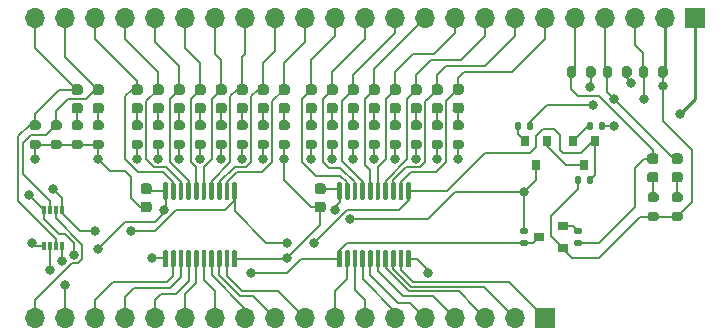
<source format=gbr>
%TF.GenerationSoftware,KiCad,Pcbnew,(5.1.10-1-10_14)*%
%TF.CreationDate,2021-10-18T21:54:19-04:00*%
%TF.ProjectId,RAM-MODULE,52414d2d-4d4f-4445-954c-452e6b696361,rev?*%
%TF.SameCoordinates,Original*%
%TF.FileFunction,Copper,L1,Top*%
%TF.FilePolarity,Positive*%
%FSLAX46Y46*%
G04 Gerber Fmt 4.6, Leading zero omitted, Abs format (unit mm)*
G04 Created by KiCad (PCBNEW (5.1.10-1-10_14)) date 2021-10-18 21:54:19*
%MOMM*%
%LPD*%
G01*
G04 APERTURE LIST*
%TA.AperFunction,SMDPad,CuDef*%
%ADD10R,0.300000X0.800000*%
%TD*%
%TA.AperFunction,ComponentPad*%
%ADD11O,1.700000X1.700000*%
%TD*%
%TA.AperFunction,ComponentPad*%
%ADD12R,1.700000X1.700000*%
%TD*%
%TA.AperFunction,SMDPad,CuDef*%
%ADD13R,0.900000X0.800000*%
%TD*%
%TA.AperFunction,SMDPad,CuDef*%
%ADD14R,0.800000X0.900000*%
%TD*%
%TA.AperFunction,ViaPad*%
%ADD15C,0.800000*%
%TD*%
%TA.AperFunction,Conductor*%
%ADD16C,0.200000*%
%TD*%
%TA.AperFunction,Conductor*%
%ADD17C,0.250000*%
%TD*%
G04 APERTURE END LIST*
%TO.P,U48,2*%
%TO.N,GND*%
%TA.AperFunction,SMDPad,CuDef*%
G36*
G01*
X263885000Y-102787000D02*
X264435000Y-102787000D01*
G75*
G02*
X264635000Y-102987000I0J-200000D01*
G01*
X264635000Y-103387000D01*
G75*
G02*
X264435000Y-103587000I-200000J0D01*
G01*
X263885000Y-103587000D01*
G75*
G02*
X263685000Y-103387000I0J200000D01*
G01*
X263685000Y-102987000D01*
G75*
G02*
X263885000Y-102787000I200000J0D01*
G01*
G37*
%TD.AperFunction*%
%TO.P,U48,1*%
%TO.N,Net-(U47-Pad1)*%
%TA.AperFunction,SMDPad,CuDef*%
G36*
G01*
X263885000Y-101137000D02*
X264435000Y-101137000D01*
G75*
G02*
X264635000Y-101337000I0J-200000D01*
G01*
X264635000Y-101737000D01*
G75*
G02*
X264435000Y-101937000I-200000J0D01*
G01*
X263885000Y-101937000D01*
G75*
G02*
X263685000Y-101737000I0J200000D01*
G01*
X263685000Y-101337000D01*
G75*
G02*
X263885000Y-101137000I200000J0D01*
G01*
G37*
%TD.AperFunction*%
%TD*%
%TO.P,U47,2*%
%TO.N,/LOAD*%
%TA.AperFunction,SMDPad,CuDef*%
G36*
G01*
X264416250Y-98710000D02*
X263903750Y-98710000D01*
G75*
G02*
X263685000Y-98491250I0J218750D01*
G01*
X263685000Y-98053750D01*
G75*
G02*
X263903750Y-97835000I218750J0D01*
G01*
X264416250Y-97835000D01*
G75*
G02*
X264635000Y-98053750I0J-218750D01*
G01*
X264635000Y-98491250D01*
G75*
G02*
X264416250Y-98710000I-218750J0D01*
G01*
G37*
%TD.AperFunction*%
%TO.P,U47,1*%
%TO.N,Net-(U47-Pad1)*%
%TA.AperFunction,SMDPad,CuDef*%
G36*
G01*
X264416250Y-100285000D02*
X263903750Y-100285000D01*
G75*
G02*
X263685000Y-100066250I0J218750D01*
G01*
X263685000Y-99628750D01*
G75*
G02*
X263903750Y-99410000I218750J0D01*
G01*
X264416250Y-99410000D01*
G75*
G02*
X264635000Y-99628750I0J-218750D01*
G01*
X264635000Y-100066250D01*
G75*
G02*
X264416250Y-100285000I-218750J0D01*
G01*
G37*
%TD.AperFunction*%
%TD*%
%TO.P,U46,2*%
%TO.N,GND*%
%TA.AperFunction,SMDPad,CuDef*%
G36*
G01*
X261853000Y-102787000D02*
X262403000Y-102787000D01*
G75*
G02*
X262603000Y-102987000I0J-200000D01*
G01*
X262603000Y-103387000D01*
G75*
G02*
X262403000Y-103587000I-200000J0D01*
G01*
X261853000Y-103587000D01*
G75*
G02*
X261653000Y-103387000I0J200000D01*
G01*
X261653000Y-102987000D01*
G75*
G02*
X261853000Y-102787000I200000J0D01*
G01*
G37*
%TD.AperFunction*%
%TO.P,U46,1*%
%TO.N,Net-(U45-Pad1)*%
%TA.AperFunction,SMDPad,CuDef*%
G36*
G01*
X261853000Y-101137000D02*
X262403000Y-101137000D01*
G75*
G02*
X262603000Y-101337000I0J-200000D01*
G01*
X262603000Y-101737000D01*
G75*
G02*
X262403000Y-101937000I-200000J0D01*
G01*
X261853000Y-101937000D01*
G75*
G02*
X261653000Y-101737000I0J200000D01*
G01*
X261653000Y-101337000D01*
G75*
G02*
X261853000Y-101137000I200000J0D01*
G01*
G37*
%TD.AperFunction*%
%TD*%
%TO.P,U45,2*%
%TO.N,/OE*%
%TA.AperFunction,SMDPad,CuDef*%
G36*
G01*
X262358750Y-98710000D02*
X261846250Y-98710000D01*
G75*
G02*
X261627500Y-98491250I0J218750D01*
G01*
X261627500Y-98053750D01*
G75*
G02*
X261846250Y-97835000I218750J0D01*
G01*
X262358750Y-97835000D01*
G75*
G02*
X262577500Y-98053750I0J-218750D01*
G01*
X262577500Y-98491250D01*
G75*
G02*
X262358750Y-98710000I-218750J0D01*
G01*
G37*
%TD.AperFunction*%
%TO.P,U45,1*%
%TO.N,Net-(U45-Pad1)*%
%TA.AperFunction,SMDPad,CuDef*%
G36*
G01*
X262358750Y-100285000D02*
X261846250Y-100285000D01*
G75*
G02*
X261627500Y-100066250I0J218750D01*
G01*
X261627500Y-99628750D01*
G75*
G02*
X261846250Y-99410000I218750J0D01*
G01*
X262358750Y-99410000D01*
G75*
G02*
X262577500Y-99628750I0J-218750D01*
G01*
X262577500Y-100066250D01*
G75*
G02*
X262358750Y-100285000I-218750J0D01*
G01*
G37*
%TD.AperFunction*%
%TD*%
%TO.P,U44,2*%
%TO.N,GND*%
%TA.AperFunction,SMDPad,CuDef*%
G36*
G01*
X214863000Y-96691000D02*
X215413000Y-96691000D01*
G75*
G02*
X215613000Y-96891000I0J-200000D01*
G01*
X215613000Y-97291000D01*
G75*
G02*
X215413000Y-97491000I-200000J0D01*
G01*
X214863000Y-97491000D01*
G75*
G02*
X214663000Y-97291000I0J200000D01*
G01*
X214663000Y-96891000D01*
G75*
G02*
X214863000Y-96691000I200000J0D01*
G01*
G37*
%TD.AperFunction*%
%TO.P,U44,1*%
%TO.N,Net-(U43-Pad1)*%
%TA.AperFunction,SMDPad,CuDef*%
G36*
G01*
X214863000Y-95041000D02*
X215413000Y-95041000D01*
G75*
G02*
X215613000Y-95241000I0J-200000D01*
G01*
X215613000Y-95641000D01*
G75*
G02*
X215413000Y-95841000I-200000J0D01*
G01*
X214863000Y-95841000D01*
G75*
G02*
X214663000Y-95641000I0J200000D01*
G01*
X214663000Y-95241000D01*
G75*
G02*
X214863000Y-95041000I200000J0D01*
G01*
G37*
%TD.AperFunction*%
%TD*%
%TO.P,U43,2*%
%TO.N,/MAR16*%
%TA.AperFunction,SMDPad,CuDef*%
G36*
G01*
X215394250Y-92868000D02*
X214881750Y-92868000D01*
G75*
G02*
X214663000Y-92649250I0J218750D01*
G01*
X214663000Y-92211750D01*
G75*
G02*
X214881750Y-91993000I218750J0D01*
G01*
X215394250Y-91993000D01*
G75*
G02*
X215613000Y-92211750I0J-218750D01*
G01*
X215613000Y-92649250D01*
G75*
G02*
X215394250Y-92868000I-218750J0D01*
G01*
G37*
%TD.AperFunction*%
%TO.P,U43,1*%
%TO.N,Net-(U43-Pad1)*%
%TA.AperFunction,SMDPad,CuDef*%
G36*
G01*
X215394250Y-94443000D02*
X214881750Y-94443000D01*
G75*
G02*
X214663000Y-94224250I0J218750D01*
G01*
X214663000Y-93786750D01*
G75*
G02*
X214881750Y-93568000I218750J0D01*
G01*
X215394250Y-93568000D01*
G75*
G02*
X215613000Y-93786750I0J-218750D01*
G01*
X215613000Y-94224250D01*
G75*
G02*
X215394250Y-94443000I-218750J0D01*
G01*
G37*
%TD.AperFunction*%
%TD*%
%TO.P,U42,2*%
%TO.N,GND*%
%TA.AperFunction,SMDPad,CuDef*%
G36*
G01*
X213085000Y-96691000D02*
X213635000Y-96691000D01*
G75*
G02*
X213835000Y-96891000I0J-200000D01*
G01*
X213835000Y-97291000D01*
G75*
G02*
X213635000Y-97491000I-200000J0D01*
G01*
X213085000Y-97491000D01*
G75*
G02*
X212885000Y-97291000I0J200000D01*
G01*
X212885000Y-96891000D01*
G75*
G02*
X213085000Y-96691000I200000J0D01*
G01*
G37*
%TD.AperFunction*%
%TO.P,U42,1*%
%TO.N,Net-(U4-Pad1)*%
%TA.AperFunction,SMDPad,CuDef*%
G36*
G01*
X213085000Y-95041000D02*
X213635000Y-95041000D01*
G75*
G02*
X213835000Y-95241000I0J-200000D01*
G01*
X213835000Y-95641000D01*
G75*
G02*
X213635000Y-95841000I-200000J0D01*
G01*
X213085000Y-95841000D01*
G75*
G02*
X212885000Y-95641000I0J200000D01*
G01*
X212885000Y-95241000D01*
G75*
G02*
X213085000Y-95041000I200000J0D01*
G01*
G37*
%TD.AperFunction*%
%TD*%
%TO.P,U4,2*%
%TO.N,/MAR17*%
%TA.AperFunction,SMDPad,CuDef*%
G36*
G01*
X213616250Y-92868000D02*
X213103750Y-92868000D01*
G75*
G02*
X212885000Y-92649250I0J218750D01*
G01*
X212885000Y-92211750D01*
G75*
G02*
X213103750Y-91993000I218750J0D01*
G01*
X213616250Y-91993000D01*
G75*
G02*
X213835000Y-92211750I0J-218750D01*
G01*
X213835000Y-92649250D01*
G75*
G02*
X213616250Y-92868000I-218750J0D01*
G01*
G37*
%TD.AperFunction*%
%TO.P,U4,1*%
%TO.N,Net-(U4-Pad1)*%
%TA.AperFunction,SMDPad,CuDef*%
G36*
G01*
X213616250Y-94443000D02*
X213103750Y-94443000D01*
G75*
G02*
X212885000Y-94224250I0J218750D01*
G01*
X212885000Y-93786750D01*
G75*
G02*
X213103750Y-93568000I218750J0D01*
G01*
X213616250Y-93568000D01*
G75*
G02*
X213835000Y-93786750I0J-218750D01*
G01*
X213835000Y-94224250D01*
G75*
G02*
X213616250Y-94443000I-218750J0D01*
G01*
G37*
%TD.AperFunction*%
%TD*%
D10*
%TO.P,U3,8*%
%TO.N,VCC*%
X210578000Y-102590000D03*
%TO.P,U3,7*%
%TO.N,/MAR16*%
X211078000Y-102590000D03*
%TO.P,U3,6*%
%TO.N,/A17*%
X211578000Y-102590000D03*
%TO.P,U3,5*%
%TO.N,/~!LOAD*%
X212078000Y-102590000D03*
%TO.P,U3,4*%
%TO.N,GND*%
X212078000Y-105690000D03*
%TO.P,U3,3*%
%TO.N,/MAR17*%
X211578000Y-105690000D03*
%TO.P,U3,2*%
%TO.N,/A16*%
X211078000Y-105690000D03*
%TO.P,U3,1*%
%TO.N,/~!LOAD*%
X210578000Y-105690000D03*
%TD*%
D11*
%TO.P,J2,23*%
%TO.N,/MAR17*%
X209804000Y-86360000D03*
%TO.P,J2,22*%
%TO.N,/MAR16*%
X212344000Y-86360000D03*
%TO.P,J2,21*%
%TO.N,/MAR15*%
X214884000Y-86360000D03*
%TO.P,J2,20*%
%TO.N,/MAR14*%
X217424000Y-86360000D03*
%TO.P,J2,19*%
%TO.N,/MAR13*%
X219964000Y-86360000D03*
%TO.P,J2,18*%
%TO.N,/MAR12*%
X222504000Y-86360000D03*
%TO.P,J2,17*%
%TO.N,/MAR11*%
X225044000Y-86360000D03*
%TO.P,J2,16*%
%TO.N,/MAR10*%
X227584000Y-86360000D03*
%TO.P,J2,15*%
%TO.N,/MAR9*%
X230124000Y-86360000D03*
%TO.P,J2,14*%
%TO.N,/MAR8*%
X232664000Y-86360000D03*
%TO.P,J2,13*%
%TO.N,/MAR7*%
X235204000Y-86360000D03*
%TO.P,J2,12*%
%TO.N,/MAR6*%
X237744000Y-86360000D03*
%TO.P,J2,11*%
%TO.N,/MAR5*%
X240284000Y-86360000D03*
%TO.P,J2,10*%
%TO.N,/MAR4*%
X242824000Y-86360000D03*
%TO.P,J2,9*%
%TO.N,/MAR3*%
X245364000Y-86360000D03*
%TO.P,J2,8*%
%TO.N,/MAR2*%
X247904000Y-86360000D03*
%TO.P,J2,7*%
%TO.N,/MAR1*%
X250444000Y-86360000D03*
%TO.P,J2,6*%
%TO.N,/MAR0*%
X252984000Y-86360000D03*
%TO.P,J2,5*%
%TO.N,/OE*%
X255524000Y-86360000D03*
%TO.P,J2,4*%
%TO.N,/LOAD*%
X258064000Y-86360000D03*
%TO.P,J2,3*%
%TO.N,/CLOCK*%
X260604000Y-86360000D03*
%TO.P,J2,2*%
%TO.N,GND*%
X263144000Y-86360000D03*
D12*
%TO.P,J2,1*%
%TO.N,VCC*%
X265684000Y-86360000D03*
%TD*%
D11*
%TO.P,J1,18*%
%TO.N,/A17*%
X209804000Y-111760000D03*
%TO.P,J1,17*%
%TO.N,/A16*%
X212344000Y-111760000D03*
%TO.P,J1,16*%
%TO.N,/A15*%
X214884000Y-111760000D03*
%TO.P,J1,15*%
%TO.N,/A14*%
X217424000Y-111760000D03*
%TO.P,J1,14*%
%TO.N,/A13*%
X219964000Y-111760000D03*
%TO.P,J1,13*%
%TO.N,/A12*%
X222504000Y-111760000D03*
%TO.P,J1,12*%
%TO.N,/A11*%
X225044000Y-111760000D03*
%TO.P,J1,11*%
%TO.N,/A10*%
X227584000Y-111760000D03*
%TO.P,J1,10*%
%TO.N,/A9*%
X230124000Y-111760000D03*
%TO.P,J1,9*%
%TO.N,/A8*%
X232664000Y-111760000D03*
%TO.P,J1,8*%
%TO.N,/A7*%
X235204000Y-111760000D03*
%TO.P,J1,7*%
%TO.N,/A6*%
X237744000Y-111760000D03*
%TO.P,J1,6*%
%TO.N,/A5*%
X240284000Y-111760000D03*
%TO.P,J1,5*%
%TO.N,/A4*%
X242824000Y-111760000D03*
%TO.P,J1,4*%
%TO.N,/A3*%
X245364000Y-111760000D03*
%TO.P,J1,3*%
%TO.N,/A2*%
X247904000Y-111760000D03*
%TO.P,J1,2*%
%TO.N,/A1*%
X250444000Y-111760000D03*
D12*
%TO.P,J1,1*%
%TO.N,/A0*%
X252984000Y-111760000D03*
%TD*%
%TO.P,U41,2*%
%TO.N,GND*%
%TA.AperFunction,SMDPad,CuDef*%
G36*
G01*
X209529000Y-96691000D02*
X210079000Y-96691000D01*
G75*
G02*
X210279000Y-96891000I0J-200000D01*
G01*
X210279000Y-97291000D01*
G75*
G02*
X210079000Y-97491000I-200000J0D01*
G01*
X209529000Y-97491000D01*
G75*
G02*
X209329000Y-97291000I0J200000D01*
G01*
X209329000Y-96891000D01*
G75*
G02*
X209529000Y-96691000I200000J0D01*
G01*
G37*
%TD.AperFunction*%
%TO.P,U41,1*%
%TO.N,/MAR17*%
%TA.AperFunction,SMDPad,CuDef*%
G36*
G01*
X209529000Y-95041000D02*
X210079000Y-95041000D01*
G75*
G02*
X210279000Y-95241000I0J-200000D01*
G01*
X210279000Y-95641000D01*
G75*
G02*
X210079000Y-95841000I-200000J0D01*
G01*
X209529000Y-95841000D01*
G75*
G02*
X209329000Y-95641000I0J200000D01*
G01*
X209329000Y-95241000D01*
G75*
G02*
X209529000Y-95041000I200000J0D01*
G01*
G37*
%TD.AperFunction*%
%TD*%
%TO.P,U40,2*%
%TO.N,GND*%
%TA.AperFunction,SMDPad,CuDef*%
G36*
G01*
X211307000Y-96691000D02*
X211857000Y-96691000D01*
G75*
G02*
X212057000Y-96891000I0J-200000D01*
G01*
X212057000Y-97291000D01*
G75*
G02*
X211857000Y-97491000I-200000J0D01*
G01*
X211307000Y-97491000D01*
G75*
G02*
X211107000Y-97291000I0J200000D01*
G01*
X211107000Y-96891000D01*
G75*
G02*
X211307000Y-96691000I200000J0D01*
G01*
G37*
%TD.AperFunction*%
%TO.P,U40,1*%
%TO.N,/MAR16*%
%TA.AperFunction,SMDPad,CuDef*%
G36*
G01*
X211307000Y-95041000D02*
X211857000Y-95041000D01*
G75*
G02*
X212057000Y-95241000I0J-200000D01*
G01*
X212057000Y-95641000D01*
G75*
G02*
X211857000Y-95841000I-200000J0D01*
G01*
X211307000Y-95841000D01*
G75*
G02*
X211107000Y-95641000I0J200000D01*
G01*
X211107000Y-95241000D01*
G75*
G02*
X211307000Y-95041000I200000J0D01*
G01*
G37*
%TD.AperFunction*%
%TD*%
%TO.P,U39,2*%
%TO.N,GND*%
%TA.AperFunction,SMDPad,CuDef*%
G36*
G01*
X245343000Y-96691000D02*
X245893000Y-96691000D01*
G75*
G02*
X246093000Y-96891000I0J-200000D01*
G01*
X246093000Y-97291000D01*
G75*
G02*
X245893000Y-97491000I-200000J0D01*
G01*
X245343000Y-97491000D01*
G75*
G02*
X245143000Y-97291000I0J200000D01*
G01*
X245143000Y-96891000D01*
G75*
G02*
X245343000Y-96691000I200000J0D01*
G01*
G37*
%TD.AperFunction*%
%TO.P,U39,1*%
%TO.N,Net-(U38-Pad1)*%
%TA.AperFunction,SMDPad,CuDef*%
G36*
G01*
X245343000Y-95041000D02*
X245893000Y-95041000D01*
G75*
G02*
X246093000Y-95241000I0J-200000D01*
G01*
X246093000Y-95641000D01*
G75*
G02*
X245893000Y-95841000I-200000J0D01*
G01*
X245343000Y-95841000D01*
G75*
G02*
X245143000Y-95641000I0J200000D01*
G01*
X245143000Y-95241000D01*
G75*
G02*
X245343000Y-95041000I200000J0D01*
G01*
G37*
%TD.AperFunction*%
%TD*%
%TO.P,U38,2*%
%TO.N,/MAR0*%
%TA.AperFunction,SMDPad,CuDef*%
G36*
G01*
X245874250Y-92842500D02*
X245361750Y-92842500D01*
G75*
G02*
X245143000Y-92623750I0J218750D01*
G01*
X245143000Y-92186250D01*
G75*
G02*
X245361750Y-91967500I218750J0D01*
G01*
X245874250Y-91967500D01*
G75*
G02*
X246093000Y-92186250I0J-218750D01*
G01*
X246093000Y-92623750D01*
G75*
G02*
X245874250Y-92842500I-218750J0D01*
G01*
G37*
%TD.AperFunction*%
%TO.P,U38,1*%
%TO.N,Net-(U38-Pad1)*%
%TA.AperFunction,SMDPad,CuDef*%
G36*
G01*
X245874250Y-94417500D02*
X245361750Y-94417500D01*
G75*
G02*
X245143000Y-94198750I0J218750D01*
G01*
X245143000Y-93761250D01*
G75*
G02*
X245361750Y-93542500I218750J0D01*
G01*
X245874250Y-93542500D01*
G75*
G02*
X246093000Y-93761250I0J-218750D01*
G01*
X246093000Y-94198750D01*
G75*
G02*
X245874250Y-94417500I-218750J0D01*
G01*
G37*
%TD.AperFunction*%
%TD*%
%TO.P,U37,2*%
%TO.N,GND*%
%TA.AperFunction,SMDPad,CuDef*%
G36*
G01*
X243565000Y-96691000D02*
X244115000Y-96691000D01*
G75*
G02*
X244315000Y-96891000I0J-200000D01*
G01*
X244315000Y-97291000D01*
G75*
G02*
X244115000Y-97491000I-200000J0D01*
G01*
X243565000Y-97491000D01*
G75*
G02*
X243365000Y-97291000I0J200000D01*
G01*
X243365000Y-96891000D01*
G75*
G02*
X243565000Y-96691000I200000J0D01*
G01*
G37*
%TD.AperFunction*%
%TO.P,U37,1*%
%TO.N,Net-(U36-Pad1)*%
%TA.AperFunction,SMDPad,CuDef*%
G36*
G01*
X243565000Y-95041000D02*
X244115000Y-95041000D01*
G75*
G02*
X244315000Y-95241000I0J-200000D01*
G01*
X244315000Y-95641000D01*
G75*
G02*
X244115000Y-95841000I-200000J0D01*
G01*
X243565000Y-95841000D01*
G75*
G02*
X243365000Y-95641000I0J200000D01*
G01*
X243365000Y-95241000D01*
G75*
G02*
X243565000Y-95041000I200000J0D01*
G01*
G37*
%TD.AperFunction*%
%TD*%
%TO.P,U36,2*%
%TO.N,/MAR1*%
%TA.AperFunction,SMDPad,CuDef*%
G36*
G01*
X244096250Y-92868000D02*
X243583750Y-92868000D01*
G75*
G02*
X243365000Y-92649250I0J218750D01*
G01*
X243365000Y-92211750D01*
G75*
G02*
X243583750Y-91993000I218750J0D01*
G01*
X244096250Y-91993000D01*
G75*
G02*
X244315000Y-92211750I0J-218750D01*
G01*
X244315000Y-92649250D01*
G75*
G02*
X244096250Y-92868000I-218750J0D01*
G01*
G37*
%TD.AperFunction*%
%TO.P,U36,1*%
%TO.N,Net-(U36-Pad1)*%
%TA.AperFunction,SMDPad,CuDef*%
G36*
G01*
X244096250Y-94443000D02*
X243583750Y-94443000D01*
G75*
G02*
X243365000Y-94224250I0J218750D01*
G01*
X243365000Y-93786750D01*
G75*
G02*
X243583750Y-93568000I218750J0D01*
G01*
X244096250Y-93568000D01*
G75*
G02*
X244315000Y-93786750I0J-218750D01*
G01*
X244315000Y-94224250D01*
G75*
G02*
X244096250Y-94443000I-218750J0D01*
G01*
G37*
%TD.AperFunction*%
%TD*%
%TO.P,U35,2*%
%TO.N,GND*%
%TA.AperFunction,SMDPad,CuDef*%
G36*
G01*
X241787000Y-96691000D02*
X242337000Y-96691000D01*
G75*
G02*
X242537000Y-96891000I0J-200000D01*
G01*
X242537000Y-97291000D01*
G75*
G02*
X242337000Y-97491000I-200000J0D01*
G01*
X241787000Y-97491000D01*
G75*
G02*
X241587000Y-97291000I0J200000D01*
G01*
X241587000Y-96891000D01*
G75*
G02*
X241787000Y-96691000I200000J0D01*
G01*
G37*
%TD.AperFunction*%
%TO.P,U35,1*%
%TO.N,Net-(U34-Pad1)*%
%TA.AperFunction,SMDPad,CuDef*%
G36*
G01*
X241787000Y-95041000D02*
X242337000Y-95041000D01*
G75*
G02*
X242537000Y-95241000I0J-200000D01*
G01*
X242537000Y-95641000D01*
G75*
G02*
X242337000Y-95841000I-200000J0D01*
G01*
X241787000Y-95841000D01*
G75*
G02*
X241587000Y-95641000I0J200000D01*
G01*
X241587000Y-95241000D01*
G75*
G02*
X241787000Y-95041000I200000J0D01*
G01*
G37*
%TD.AperFunction*%
%TD*%
%TO.P,U34,2*%
%TO.N,/MAR2*%
%TA.AperFunction,SMDPad,CuDef*%
G36*
G01*
X242318250Y-92868000D02*
X241805750Y-92868000D01*
G75*
G02*
X241587000Y-92649250I0J218750D01*
G01*
X241587000Y-92211750D01*
G75*
G02*
X241805750Y-91993000I218750J0D01*
G01*
X242318250Y-91993000D01*
G75*
G02*
X242537000Y-92211750I0J-218750D01*
G01*
X242537000Y-92649250D01*
G75*
G02*
X242318250Y-92868000I-218750J0D01*
G01*
G37*
%TD.AperFunction*%
%TO.P,U34,1*%
%TO.N,Net-(U34-Pad1)*%
%TA.AperFunction,SMDPad,CuDef*%
G36*
G01*
X242318250Y-94443000D02*
X241805750Y-94443000D01*
G75*
G02*
X241587000Y-94224250I0J218750D01*
G01*
X241587000Y-93786750D01*
G75*
G02*
X241805750Y-93568000I218750J0D01*
G01*
X242318250Y-93568000D01*
G75*
G02*
X242537000Y-93786750I0J-218750D01*
G01*
X242537000Y-94224250D01*
G75*
G02*
X242318250Y-94443000I-218750J0D01*
G01*
G37*
%TD.AperFunction*%
%TD*%
%TO.P,U33,2*%
%TO.N,GND*%
%TA.AperFunction,SMDPad,CuDef*%
G36*
G01*
X240009000Y-96691000D02*
X240559000Y-96691000D01*
G75*
G02*
X240759000Y-96891000I0J-200000D01*
G01*
X240759000Y-97291000D01*
G75*
G02*
X240559000Y-97491000I-200000J0D01*
G01*
X240009000Y-97491000D01*
G75*
G02*
X239809000Y-97291000I0J200000D01*
G01*
X239809000Y-96891000D01*
G75*
G02*
X240009000Y-96691000I200000J0D01*
G01*
G37*
%TD.AperFunction*%
%TO.P,U33,1*%
%TO.N,Net-(U32-Pad1)*%
%TA.AperFunction,SMDPad,CuDef*%
G36*
G01*
X240009000Y-95041000D02*
X240559000Y-95041000D01*
G75*
G02*
X240759000Y-95241000I0J-200000D01*
G01*
X240759000Y-95641000D01*
G75*
G02*
X240559000Y-95841000I-200000J0D01*
G01*
X240009000Y-95841000D01*
G75*
G02*
X239809000Y-95641000I0J200000D01*
G01*
X239809000Y-95241000D01*
G75*
G02*
X240009000Y-95041000I200000J0D01*
G01*
G37*
%TD.AperFunction*%
%TD*%
%TO.P,U32,2*%
%TO.N,/MAR3*%
%TA.AperFunction,SMDPad,CuDef*%
G36*
G01*
X240540250Y-92868000D02*
X240027750Y-92868000D01*
G75*
G02*
X239809000Y-92649250I0J218750D01*
G01*
X239809000Y-92211750D01*
G75*
G02*
X240027750Y-91993000I218750J0D01*
G01*
X240540250Y-91993000D01*
G75*
G02*
X240759000Y-92211750I0J-218750D01*
G01*
X240759000Y-92649250D01*
G75*
G02*
X240540250Y-92868000I-218750J0D01*
G01*
G37*
%TD.AperFunction*%
%TO.P,U32,1*%
%TO.N,Net-(U32-Pad1)*%
%TA.AperFunction,SMDPad,CuDef*%
G36*
G01*
X240540250Y-94443000D02*
X240027750Y-94443000D01*
G75*
G02*
X239809000Y-94224250I0J218750D01*
G01*
X239809000Y-93786750D01*
G75*
G02*
X240027750Y-93568000I218750J0D01*
G01*
X240540250Y-93568000D01*
G75*
G02*
X240759000Y-93786750I0J-218750D01*
G01*
X240759000Y-94224250D01*
G75*
G02*
X240540250Y-94443000I-218750J0D01*
G01*
G37*
%TD.AperFunction*%
%TD*%
%TO.P,U31,2*%
%TO.N,GND*%
%TA.AperFunction,SMDPad,CuDef*%
G36*
G01*
X238231000Y-96691000D02*
X238781000Y-96691000D01*
G75*
G02*
X238981000Y-96891000I0J-200000D01*
G01*
X238981000Y-97291000D01*
G75*
G02*
X238781000Y-97491000I-200000J0D01*
G01*
X238231000Y-97491000D01*
G75*
G02*
X238031000Y-97291000I0J200000D01*
G01*
X238031000Y-96891000D01*
G75*
G02*
X238231000Y-96691000I200000J0D01*
G01*
G37*
%TD.AperFunction*%
%TO.P,U31,1*%
%TO.N,Net-(U30-Pad1)*%
%TA.AperFunction,SMDPad,CuDef*%
G36*
G01*
X238231000Y-95041000D02*
X238781000Y-95041000D01*
G75*
G02*
X238981000Y-95241000I0J-200000D01*
G01*
X238981000Y-95641000D01*
G75*
G02*
X238781000Y-95841000I-200000J0D01*
G01*
X238231000Y-95841000D01*
G75*
G02*
X238031000Y-95641000I0J200000D01*
G01*
X238031000Y-95241000D01*
G75*
G02*
X238231000Y-95041000I200000J0D01*
G01*
G37*
%TD.AperFunction*%
%TD*%
%TO.P,U30,2*%
%TO.N,/MAR4*%
%TA.AperFunction,SMDPad,CuDef*%
G36*
G01*
X238762250Y-92868000D02*
X238249750Y-92868000D01*
G75*
G02*
X238031000Y-92649250I0J218750D01*
G01*
X238031000Y-92211750D01*
G75*
G02*
X238249750Y-91993000I218750J0D01*
G01*
X238762250Y-91993000D01*
G75*
G02*
X238981000Y-92211750I0J-218750D01*
G01*
X238981000Y-92649250D01*
G75*
G02*
X238762250Y-92868000I-218750J0D01*
G01*
G37*
%TD.AperFunction*%
%TO.P,U30,1*%
%TO.N,Net-(U30-Pad1)*%
%TA.AperFunction,SMDPad,CuDef*%
G36*
G01*
X238762250Y-94443000D02*
X238249750Y-94443000D01*
G75*
G02*
X238031000Y-94224250I0J218750D01*
G01*
X238031000Y-93786750D01*
G75*
G02*
X238249750Y-93568000I218750J0D01*
G01*
X238762250Y-93568000D01*
G75*
G02*
X238981000Y-93786750I0J-218750D01*
G01*
X238981000Y-94224250D01*
G75*
G02*
X238762250Y-94443000I-218750J0D01*
G01*
G37*
%TD.AperFunction*%
%TD*%
%TO.P,U29,2*%
%TO.N,GND*%
%TA.AperFunction,SMDPad,CuDef*%
G36*
G01*
X236453000Y-96691000D02*
X237003000Y-96691000D01*
G75*
G02*
X237203000Y-96891000I0J-200000D01*
G01*
X237203000Y-97291000D01*
G75*
G02*
X237003000Y-97491000I-200000J0D01*
G01*
X236453000Y-97491000D01*
G75*
G02*
X236253000Y-97291000I0J200000D01*
G01*
X236253000Y-96891000D01*
G75*
G02*
X236453000Y-96691000I200000J0D01*
G01*
G37*
%TD.AperFunction*%
%TO.P,U29,1*%
%TO.N,Net-(U28-Pad1)*%
%TA.AperFunction,SMDPad,CuDef*%
G36*
G01*
X236453000Y-95041000D02*
X237003000Y-95041000D01*
G75*
G02*
X237203000Y-95241000I0J-200000D01*
G01*
X237203000Y-95641000D01*
G75*
G02*
X237003000Y-95841000I-200000J0D01*
G01*
X236453000Y-95841000D01*
G75*
G02*
X236253000Y-95641000I0J200000D01*
G01*
X236253000Y-95241000D01*
G75*
G02*
X236453000Y-95041000I200000J0D01*
G01*
G37*
%TD.AperFunction*%
%TD*%
%TO.P,U28,2*%
%TO.N,/MAR5*%
%TA.AperFunction,SMDPad,CuDef*%
G36*
G01*
X236984250Y-92868000D02*
X236471750Y-92868000D01*
G75*
G02*
X236253000Y-92649250I0J218750D01*
G01*
X236253000Y-92211750D01*
G75*
G02*
X236471750Y-91993000I218750J0D01*
G01*
X236984250Y-91993000D01*
G75*
G02*
X237203000Y-92211750I0J-218750D01*
G01*
X237203000Y-92649250D01*
G75*
G02*
X236984250Y-92868000I-218750J0D01*
G01*
G37*
%TD.AperFunction*%
%TO.P,U28,1*%
%TO.N,Net-(U28-Pad1)*%
%TA.AperFunction,SMDPad,CuDef*%
G36*
G01*
X236984250Y-94443000D02*
X236471750Y-94443000D01*
G75*
G02*
X236253000Y-94224250I0J218750D01*
G01*
X236253000Y-93786750D01*
G75*
G02*
X236471750Y-93568000I218750J0D01*
G01*
X236984250Y-93568000D01*
G75*
G02*
X237203000Y-93786750I0J-218750D01*
G01*
X237203000Y-94224250D01*
G75*
G02*
X236984250Y-94443000I-218750J0D01*
G01*
G37*
%TD.AperFunction*%
%TD*%
%TO.P,U27,2*%
%TO.N,GND*%
%TA.AperFunction,SMDPad,CuDef*%
G36*
G01*
X234675000Y-96691000D02*
X235225000Y-96691000D01*
G75*
G02*
X235425000Y-96891000I0J-200000D01*
G01*
X235425000Y-97291000D01*
G75*
G02*
X235225000Y-97491000I-200000J0D01*
G01*
X234675000Y-97491000D01*
G75*
G02*
X234475000Y-97291000I0J200000D01*
G01*
X234475000Y-96891000D01*
G75*
G02*
X234675000Y-96691000I200000J0D01*
G01*
G37*
%TD.AperFunction*%
%TO.P,U27,1*%
%TO.N,Net-(U26-Pad1)*%
%TA.AperFunction,SMDPad,CuDef*%
G36*
G01*
X234675000Y-95041000D02*
X235225000Y-95041000D01*
G75*
G02*
X235425000Y-95241000I0J-200000D01*
G01*
X235425000Y-95641000D01*
G75*
G02*
X235225000Y-95841000I-200000J0D01*
G01*
X234675000Y-95841000D01*
G75*
G02*
X234475000Y-95641000I0J200000D01*
G01*
X234475000Y-95241000D01*
G75*
G02*
X234675000Y-95041000I200000J0D01*
G01*
G37*
%TD.AperFunction*%
%TD*%
%TO.P,U26,2*%
%TO.N,/MAR6*%
%TA.AperFunction,SMDPad,CuDef*%
G36*
G01*
X235206250Y-92868000D02*
X234693750Y-92868000D01*
G75*
G02*
X234475000Y-92649250I0J218750D01*
G01*
X234475000Y-92211750D01*
G75*
G02*
X234693750Y-91993000I218750J0D01*
G01*
X235206250Y-91993000D01*
G75*
G02*
X235425000Y-92211750I0J-218750D01*
G01*
X235425000Y-92649250D01*
G75*
G02*
X235206250Y-92868000I-218750J0D01*
G01*
G37*
%TD.AperFunction*%
%TO.P,U26,1*%
%TO.N,Net-(U26-Pad1)*%
%TA.AperFunction,SMDPad,CuDef*%
G36*
G01*
X235206250Y-94443000D02*
X234693750Y-94443000D01*
G75*
G02*
X234475000Y-94224250I0J218750D01*
G01*
X234475000Y-93786750D01*
G75*
G02*
X234693750Y-93568000I218750J0D01*
G01*
X235206250Y-93568000D01*
G75*
G02*
X235425000Y-93786750I0J-218750D01*
G01*
X235425000Y-94224250D01*
G75*
G02*
X235206250Y-94443000I-218750J0D01*
G01*
G37*
%TD.AperFunction*%
%TD*%
%TO.P,U25,2*%
%TO.N,GND*%
%TA.AperFunction,SMDPad,CuDef*%
G36*
G01*
X232897000Y-96691000D02*
X233447000Y-96691000D01*
G75*
G02*
X233647000Y-96891000I0J-200000D01*
G01*
X233647000Y-97291000D01*
G75*
G02*
X233447000Y-97491000I-200000J0D01*
G01*
X232897000Y-97491000D01*
G75*
G02*
X232697000Y-97291000I0J200000D01*
G01*
X232697000Y-96891000D01*
G75*
G02*
X232897000Y-96691000I200000J0D01*
G01*
G37*
%TD.AperFunction*%
%TO.P,U25,1*%
%TO.N,Net-(U24-Pad1)*%
%TA.AperFunction,SMDPad,CuDef*%
G36*
G01*
X232897000Y-95041000D02*
X233447000Y-95041000D01*
G75*
G02*
X233647000Y-95241000I0J-200000D01*
G01*
X233647000Y-95641000D01*
G75*
G02*
X233447000Y-95841000I-200000J0D01*
G01*
X232897000Y-95841000D01*
G75*
G02*
X232697000Y-95641000I0J200000D01*
G01*
X232697000Y-95241000D01*
G75*
G02*
X232897000Y-95041000I200000J0D01*
G01*
G37*
%TD.AperFunction*%
%TD*%
%TO.P,U24,2*%
%TO.N,/MAR7*%
%TA.AperFunction,SMDPad,CuDef*%
G36*
G01*
X233428250Y-92868000D02*
X232915750Y-92868000D01*
G75*
G02*
X232697000Y-92649250I0J218750D01*
G01*
X232697000Y-92211750D01*
G75*
G02*
X232915750Y-91993000I218750J0D01*
G01*
X233428250Y-91993000D01*
G75*
G02*
X233647000Y-92211750I0J-218750D01*
G01*
X233647000Y-92649250D01*
G75*
G02*
X233428250Y-92868000I-218750J0D01*
G01*
G37*
%TD.AperFunction*%
%TO.P,U24,1*%
%TO.N,Net-(U24-Pad1)*%
%TA.AperFunction,SMDPad,CuDef*%
G36*
G01*
X233428250Y-94443000D02*
X232915750Y-94443000D01*
G75*
G02*
X232697000Y-94224250I0J218750D01*
G01*
X232697000Y-93786750D01*
G75*
G02*
X232915750Y-93568000I218750J0D01*
G01*
X233428250Y-93568000D01*
G75*
G02*
X233647000Y-93786750I0J-218750D01*
G01*
X233647000Y-94224250D01*
G75*
G02*
X233428250Y-94443000I-218750J0D01*
G01*
G37*
%TD.AperFunction*%
%TD*%
%TO.P,U23,2*%
%TO.N,GND*%
%TA.AperFunction,SMDPad,CuDef*%
G36*
G01*
X230611000Y-96691000D02*
X231161000Y-96691000D01*
G75*
G02*
X231361000Y-96891000I0J-200000D01*
G01*
X231361000Y-97291000D01*
G75*
G02*
X231161000Y-97491000I-200000J0D01*
G01*
X230611000Y-97491000D01*
G75*
G02*
X230411000Y-97291000I0J200000D01*
G01*
X230411000Y-96891000D01*
G75*
G02*
X230611000Y-96691000I200000J0D01*
G01*
G37*
%TD.AperFunction*%
%TO.P,U23,1*%
%TO.N,Net-(U22-Pad1)*%
%TA.AperFunction,SMDPad,CuDef*%
G36*
G01*
X230611000Y-95041000D02*
X231161000Y-95041000D01*
G75*
G02*
X231361000Y-95241000I0J-200000D01*
G01*
X231361000Y-95641000D01*
G75*
G02*
X231161000Y-95841000I-200000J0D01*
G01*
X230611000Y-95841000D01*
G75*
G02*
X230411000Y-95641000I0J200000D01*
G01*
X230411000Y-95241000D01*
G75*
G02*
X230611000Y-95041000I200000J0D01*
G01*
G37*
%TD.AperFunction*%
%TD*%
%TO.P,U22,2*%
%TO.N,/MAR8*%
%TA.AperFunction,SMDPad,CuDef*%
G36*
G01*
X231142250Y-92868000D02*
X230629750Y-92868000D01*
G75*
G02*
X230411000Y-92649250I0J218750D01*
G01*
X230411000Y-92211750D01*
G75*
G02*
X230629750Y-91993000I218750J0D01*
G01*
X231142250Y-91993000D01*
G75*
G02*
X231361000Y-92211750I0J-218750D01*
G01*
X231361000Y-92649250D01*
G75*
G02*
X231142250Y-92868000I-218750J0D01*
G01*
G37*
%TD.AperFunction*%
%TO.P,U22,1*%
%TO.N,Net-(U22-Pad1)*%
%TA.AperFunction,SMDPad,CuDef*%
G36*
G01*
X231142250Y-94443000D02*
X230629750Y-94443000D01*
G75*
G02*
X230411000Y-94224250I0J218750D01*
G01*
X230411000Y-93786750D01*
G75*
G02*
X230629750Y-93568000I218750J0D01*
G01*
X231142250Y-93568000D01*
G75*
G02*
X231361000Y-93786750I0J-218750D01*
G01*
X231361000Y-94224250D01*
G75*
G02*
X231142250Y-94443000I-218750J0D01*
G01*
G37*
%TD.AperFunction*%
%TD*%
%TO.P,U21,2*%
%TO.N,GND*%
%TA.AperFunction,SMDPad,CuDef*%
G36*
G01*
X228833000Y-96691000D02*
X229383000Y-96691000D01*
G75*
G02*
X229583000Y-96891000I0J-200000D01*
G01*
X229583000Y-97291000D01*
G75*
G02*
X229383000Y-97491000I-200000J0D01*
G01*
X228833000Y-97491000D01*
G75*
G02*
X228633000Y-97291000I0J200000D01*
G01*
X228633000Y-96891000D01*
G75*
G02*
X228833000Y-96691000I200000J0D01*
G01*
G37*
%TD.AperFunction*%
%TO.P,U21,1*%
%TO.N,Net-(U20-Pad1)*%
%TA.AperFunction,SMDPad,CuDef*%
G36*
G01*
X228833000Y-95041000D02*
X229383000Y-95041000D01*
G75*
G02*
X229583000Y-95241000I0J-200000D01*
G01*
X229583000Y-95641000D01*
G75*
G02*
X229383000Y-95841000I-200000J0D01*
G01*
X228833000Y-95841000D01*
G75*
G02*
X228633000Y-95641000I0J200000D01*
G01*
X228633000Y-95241000D01*
G75*
G02*
X228833000Y-95041000I200000J0D01*
G01*
G37*
%TD.AperFunction*%
%TD*%
%TO.P,U20,2*%
%TO.N,/MAR9*%
%TA.AperFunction,SMDPad,CuDef*%
G36*
G01*
X229364250Y-92868000D02*
X228851750Y-92868000D01*
G75*
G02*
X228633000Y-92649250I0J218750D01*
G01*
X228633000Y-92211750D01*
G75*
G02*
X228851750Y-91993000I218750J0D01*
G01*
X229364250Y-91993000D01*
G75*
G02*
X229583000Y-92211750I0J-218750D01*
G01*
X229583000Y-92649250D01*
G75*
G02*
X229364250Y-92868000I-218750J0D01*
G01*
G37*
%TD.AperFunction*%
%TO.P,U20,1*%
%TO.N,Net-(U20-Pad1)*%
%TA.AperFunction,SMDPad,CuDef*%
G36*
G01*
X229364250Y-94443000D02*
X228851750Y-94443000D01*
G75*
G02*
X228633000Y-94224250I0J218750D01*
G01*
X228633000Y-93786750D01*
G75*
G02*
X228851750Y-93568000I218750J0D01*
G01*
X229364250Y-93568000D01*
G75*
G02*
X229583000Y-93786750I0J-218750D01*
G01*
X229583000Y-94224250D01*
G75*
G02*
X229364250Y-94443000I-218750J0D01*
G01*
G37*
%TD.AperFunction*%
%TD*%
%TO.P,U19,2*%
%TO.N,GND*%
%TA.AperFunction,SMDPad,CuDef*%
G36*
G01*
X227055000Y-96691000D02*
X227605000Y-96691000D01*
G75*
G02*
X227805000Y-96891000I0J-200000D01*
G01*
X227805000Y-97291000D01*
G75*
G02*
X227605000Y-97491000I-200000J0D01*
G01*
X227055000Y-97491000D01*
G75*
G02*
X226855000Y-97291000I0J200000D01*
G01*
X226855000Y-96891000D01*
G75*
G02*
X227055000Y-96691000I200000J0D01*
G01*
G37*
%TD.AperFunction*%
%TO.P,U19,1*%
%TO.N,Net-(U18-Pad1)*%
%TA.AperFunction,SMDPad,CuDef*%
G36*
G01*
X227055000Y-95041000D02*
X227605000Y-95041000D01*
G75*
G02*
X227805000Y-95241000I0J-200000D01*
G01*
X227805000Y-95641000D01*
G75*
G02*
X227605000Y-95841000I-200000J0D01*
G01*
X227055000Y-95841000D01*
G75*
G02*
X226855000Y-95641000I0J200000D01*
G01*
X226855000Y-95241000D01*
G75*
G02*
X227055000Y-95041000I200000J0D01*
G01*
G37*
%TD.AperFunction*%
%TD*%
%TO.P,U18,2*%
%TO.N,/MAR10*%
%TA.AperFunction,SMDPad,CuDef*%
G36*
G01*
X227586250Y-92868000D02*
X227073750Y-92868000D01*
G75*
G02*
X226855000Y-92649250I0J218750D01*
G01*
X226855000Y-92211750D01*
G75*
G02*
X227073750Y-91993000I218750J0D01*
G01*
X227586250Y-91993000D01*
G75*
G02*
X227805000Y-92211750I0J-218750D01*
G01*
X227805000Y-92649250D01*
G75*
G02*
X227586250Y-92868000I-218750J0D01*
G01*
G37*
%TD.AperFunction*%
%TO.P,U18,1*%
%TO.N,Net-(U18-Pad1)*%
%TA.AperFunction,SMDPad,CuDef*%
G36*
G01*
X227586250Y-94443000D02*
X227073750Y-94443000D01*
G75*
G02*
X226855000Y-94224250I0J218750D01*
G01*
X226855000Y-93786750D01*
G75*
G02*
X227073750Y-93568000I218750J0D01*
G01*
X227586250Y-93568000D01*
G75*
G02*
X227805000Y-93786750I0J-218750D01*
G01*
X227805000Y-94224250D01*
G75*
G02*
X227586250Y-94443000I-218750J0D01*
G01*
G37*
%TD.AperFunction*%
%TD*%
%TO.P,U17,2*%
%TO.N,GND*%
%TA.AperFunction,SMDPad,CuDef*%
G36*
G01*
X225277000Y-96691000D02*
X225827000Y-96691000D01*
G75*
G02*
X226027000Y-96891000I0J-200000D01*
G01*
X226027000Y-97291000D01*
G75*
G02*
X225827000Y-97491000I-200000J0D01*
G01*
X225277000Y-97491000D01*
G75*
G02*
X225077000Y-97291000I0J200000D01*
G01*
X225077000Y-96891000D01*
G75*
G02*
X225277000Y-96691000I200000J0D01*
G01*
G37*
%TD.AperFunction*%
%TO.P,U17,1*%
%TO.N,Net-(U16-Pad1)*%
%TA.AperFunction,SMDPad,CuDef*%
G36*
G01*
X225277000Y-95041000D02*
X225827000Y-95041000D01*
G75*
G02*
X226027000Y-95241000I0J-200000D01*
G01*
X226027000Y-95641000D01*
G75*
G02*
X225827000Y-95841000I-200000J0D01*
G01*
X225277000Y-95841000D01*
G75*
G02*
X225077000Y-95641000I0J200000D01*
G01*
X225077000Y-95241000D01*
G75*
G02*
X225277000Y-95041000I200000J0D01*
G01*
G37*
%TD.AperFunction*%
%TD*%
%TO.P,U16,2*%
%TO.N,/MAR11*%
%TA.AperFunction,SMDPad,CuDef*%
G36*
G01*
X225808250Y-92868000D02*
X225295750Y-92868000D01*
G75*
G02*
X225077000Y-92649250I0J218750D01*
G01*
X225077000Y-92211750D01*
G75*
G02*
X225295750Y-91993000I218750J0D01*
G01*
X225808250Y-91993000D01*
G75*
G02*
X226027000Y-92211750I0J-218750D01*
G01*
X226027000Y-92649250D01*
G75*
G02*
X225808250Y-92868000I-218750J0D01*
G01*
G37*
%TD.AperFunction*%
%TO.P,U16,1*%
%TO.N,Net-(U16-Pad1)*%
%TA.AperFunction,SMDPad,CuDef*%
G36*
G01*
X225808250Y-94443000D02*
X225295750Y-94443000D01*
G75*
G02*
X225077000Y-94224250I0J218750D01*
G01*
X225077000Y-93786750D01*
G75*
G02*
X225295750Y-93568000I218750J0D01*
G01*
X225808250Y-93568000D01*
G75*
G02*
X226027000Y-93786750I0J-218750D01*
G01*
X226027000Y-94224250D01*
G75*
G02*
X225808250Y-94443000I-218750J0D01*
G01*
G37*
%TD.AperFunction*%
%TD*%
%TO.P,U15,2*%
%TO.N,GND*%
%TA.AperFunction,SMDPad,CuDef*%
G36*
G01*
X223499000Y-96691000D02*
X224049000Y-96691000D01*
G75*
G02*
X224249000Y-96891000I0J-200000D01*
G01*
X224249000Y-97291000D01*
G75*
G02*
X224049000Y-97491000I-200000J0D01*
G01*
X223499000Y-97491000D01*
G75*
G02*
X223299000Y-97291000I0J200000D01*
G01*
X223299000Y-96891000D01*
G75*
G02*
X223499000Y-96691000I200000J0D01*
G01*
G37*
%TD.AperFunction*%
%TO.P,U15,1*%
%TO.N,Net-(U14-Pad1)*%
%TA.AperFunction,SMDPad,CuDef*%
G36*
G01*
X223499000Y-95041000D02*
X224049000Y-95041000D01*
G75*
G02*
X224249000Y-95241000I0J-200000D01*
G01*
X224249000Y-95641000D01*
G75*
G02*
X224049000Y-95841000I-200000J0D01*
G01*
X223499000Y-95841000D01*
G75*
G02*
X223299000Y-95641000I0J200000D01*
G01*
X223299000Y-95241000D01*
G75*
G02*
X223499000Y-95041000I200000J0D01*
G01*
G37*
%TD.AperFunction*%
%TD*%
%TO.P,U14,2*%
%TO.N,/MAR12*%
%TA.AperFunction,SMDPad,CuDef*%
G36*
G01*
X224030250Y-92868000D02*
X223517750Y-92868000D01*
G75*
G02*
X223299000Y-92649250I0J218750D01*
G01*
X223299000Y-92211750D01*
G75*
G02*
X223517750Y-91993000I218750J0D01*
G01*
X224030250Y-91993000D01*
G75*
G02*
X224249000Y-92211750I0J-218750D01*
G01*
X224249000Y-92649250D01*
G75*
G02*
X224030250Y-92868000I-218750J0D01*
G01*
G37*
%TD.AperFunction*%
%TO.P,U14,1*%
%TO.N,Net-(U14-Pad1)*%
%TA.AperFunction,SMDPad,CuDef*%
G36*
G01*
X224030250Y-94443000D02*
X223517750Y-94443000D01*
G75*
G02*
X223299000Y-94224250I0J218750D01*
G01*
X223299000Y-93786750D01*
G75*
G02*
X223517750Y-93568000I218750J0D01*
G01*
X224030250Y-93568000D01*
G75*
G02*
X224249000Y-93786750I0J-218750D01*
G01*
X224249000Y-94224250D01*
G75*
G02*
X224030250Y-94443000I-218750J0D01*
G01*
G37*
%TD.AperFunction*%
%TD*%
%TO.P,U13,2*%
%TO.N,GND*%
%TA.AperFunction,SMDPad,CuDef*%
G36*
G01*
X221721000Y-96691000D02*
X222271000Y-96691000D01*
G75*
G02*
X222471000Y-96891000I0J-200000D01*
G01*
X222471000Y-97291000D01*
G75*
G02*
X222271000Y-97491000I-200000J0D01*
G01*
X221721000Y-97491000D01*
G75*
G02*
X221521000Y-97291000I0J200000D01*
G01*
X221521000Y-96891000D01*
G75*
G02*
X221721000Y-96691000I200000J0D01*
G01*
G37*
%TD.AperFunction*%
%TO.P,U13,1*%
%TO.N,Net-(U12-Pad1)*%
%TA.AperFunction,SMDPad,CuDef*%
G36*
G01*
X221721000Y-95041000D02*
X222271000Y-95041000D01*
G75*
G02*
X222471000Y-95241000I0J-200000D01*
G01*
X222471000Y-95641000D01*
G75*
G02*
X222271000Y-95841000I-200000J0D01*
G01*
X221721000Y-95841000D01*
G75*
G02*
X221521000Y-95641000I0J200000D01*
G01*
X221521000Y-95241000D01*
G75*
G02*
X221721000Y-95041000I200000J0D01*
G01*
G37*
%TD.AperFunction*%
%TD*%
%TO.P,U12,2*%
%TO.N,/MAR13*%
%TA.AperFunction,SMDPad,CuDef*%
G36*
G01*
X222252250Y-92868000D02*
X221739750Y-92868000D01*
G75*
G02*
X221521000Y-92649250I0J218750D01*
G01*
X221521000Y-92211750D01*
G75*
G02*
X221739750Y-91993000I218750J0D01*
G01*
X222252250Y-91993000D01*
G75*
G02*
X222471000Y-92211750I0J-218750D01*
G01*
X222471000Y-92649250D01*
G75*
G02*
X222252250Y-92868000I-218750J0D01*
G01*
G37*
%TD.AperFunction*%
%TO.P,U12,1*%
%TO.N,Net-(U12-Pad1)*%
%TA.AperFunction,SMDPad,CuDef*%
G36*
G01*
X222252250Y-94443000D02*
X221739750Y-94443000D01*
G75*
G02*
X221521000Y-94224250I0J218750D01*
G01*
X221521000Y-93786750D01*
G75*
G02*
X221739750Y-93568000I218750J0D01*
G01*
X222252250Y-93568000D01*
G75*
G02*
X222471000Y-93786750I0J-218750D01*
G01*
X222471000Y-94224250D01*
G75*
G02*
X222252250Y-94443000I-218750J0D01*
G01*
G37*
%TD.AperFunction*%
%TD*%
%TO.P,U11,2*%
%TO.N,GND*%
%TA.AperFunction,SMDPad,CuDef*%
G36*
G01*
X219943000Y-96691000D02*
X220493000Y-96691000D01*
G75*
G02*
X220693000Y-96891000I0J-200000D01*
G01*
X220693000Y-97291000D01*
G75*
G02*
X220493000Y-97491000I-200000J0D01*
G01*
X219943000Y-97491000D01*
G75*
G02*
X219743000Y-97291000I0J200000D01*
G01*
X219743000Y-96891000D01*
G75*
G02*
X219943000Y-96691000I200000J0D01*
G01*
G37*
%TD.AperFunction*%
%TO.P,U11,1*%
%TO.N,Net-(U10-Pad1)*%
%TA.AperFunction,SMDPad,CuDef*%
G36*
G01*
X219943000Y-95041000D02*
X220493000Y-95041000D01*
G75*
G02*
X220693000Y-95241000I0J-200000D01*
G01*
X220693000Y-95641000D01*
G75*
G02*
X220493000Y-95841000I-200000J0D01*
G01*
X219943000Y-95841000D01*
G75*
G02*
X219743000Y-95641000I0J200000D01*
G01*
X219743000Y-95241000D01*
G75*
G02*
X219943000Y-95041000I200000J0D01*
G01*
G37*
%TD.AperFunction*%
%TD*%
%TO.P,U10,2*%
%TO.N,/MAR14*%
%TA.AperFunction,SMDPad,CuDef*%
G36*
G01*
X220474250Y-92868000D02*
X219961750Y-92868000D01*
G75*
G02*
X219743000Y-92649250I0J218750D01*
G01*
X219743000Y-92211750D01*
G75*
G02*
X219961750Y-91993000I218750J0D01*
G01*
X220474250Y-91993000D01*
G75*
G02*
X220693000Y-92211750I0J-218750D01*
G01*
X220693000Y-92649250D01*
G75*
G02*
X220474250Y-92868000I-218750J0D01*
G01*
G37*
%TD.AperFunction*%
%TO.P,U10,1*%
%TO.N,Net-(U10-Pad1)*%
%TA.AperFunction,SMDPad,CuDef*%
G36*
G01*
X220474250Y-94443000D02*
X219961750Y-94443000D01*
G75*
G02*
X219743000Y-94224250I0J218750D01*
G01*
X219743000Y-93786750D01*
G75*
G02*
X219961750Y-93568000I218750J0D01*
G01*
X220474250Y-93568000D01*
G75*
G02*
X220693000Y-93786750I0J-218750D01*
G01*
X220693000Y-94224250D01*
G75*
G02*
X220474250Y-94443000I-218750J0D01*
G01*
G37*
%TD.AperFunction*%
%TD*%
%TO.P,U9,2*%
%TO.N,GND*%
%TA.AperFunction,SMDPad,CuDef*%
G36*
G01*
X218165000Y-96691000D02*
X218715000Y-96691000D01*
G75*
G02*
X218915000Y-96891000I0J-200000D01*
G01*
X218915000Y-97291000D01*
G75*
G02*
X218715000Y-97491000I-200000J0D01*
G01*
X218165000Y-97491000D01*
G75*
G02*
X217965000Y-97291000I0J200000D01*
G01*
X217965000Y-96891000D01*
G75*
G02*
X218165000Y-96691000I200000J0D01*
G01*
G37*
%TD.AperFunction*%
%TO.P,U9,1*%
%TO.N,Net-(U8-Pad1)*%
%TA.AperFunction,SMDPad,CuDef*%
G36*
G01*
X218165000Y-95041000D02*
X218715000Y-95041000D01*
G75*
G02*
X218915000Y-95241000I0J-200000D01*
G01*
X218915000Y-95641000D01*
G75*
G02*
X218715000Y-95841000I-200000J0D01*
G01*
X218165000Y-95841000D01*
G75*
G02*
X217965000Y-95641000I0J200000D01*
G01*
X217965000Y-95241000D01*
G75*
G02*
X218165000Y-95041000I200000J0D01*
G01*
G37*
%TD.AperFunction*%
%TD*%
%TO.P,U8,2*%
%TO.N,/MAR15*%
%TA.AperFunction,SMDPad,CuDef*%
G36*
G01*
X218696250Y-92868000D02*
X218183750Y-92868000D01*
G75*
G02*
X217965000Y-92649250I0J218750D01*
G01*
X217965000Y-92211750D01*
G75*
G02*
X218183750Y-91993000I218750J0D01*
G01*
X218696250Y-91993000D01*
G75*
G02*
X218915000Y-92211750I0J-218750D01*
G01*
X218915000Y-92649250D01*
G75*
G02*
X218696250Y-92868000I-218750J0D01*
G01*
G37*
%TD.AperFunction*%
%TO.P,U8,1*%
%TO.N,Net-(U8-Pad1)*%
%TA.AperFunction,SMDPad,CuDef*%
G36*
G01*
X218696250Y-94443000D02*
X218183750Y-94443000D01*
G75*
G02*
X217965000Y-94224250I0J218750D01*
G01*
X217965000Y-93786750D01*
G75*
G02*
X218183750Y-93568000I218750J0D01*
G01*
X218696250Y-93568000D01*
G75*
G02*
X218915000Y-93786750I0J-218750D01*
G01*
X218915000Y-94224250D01*
G75*
G02*
X218696250Y-94443000I-218750J0D01*
G01*
G37*
%TD.AperFunction*%
%TD*%
%TO.P,U7,2*%
%TO.N,GND*%
%TA.AperFunction,SMDPad,CuDef*%
G36*
G01*
X256457000Y-91207000D02*
X256457000Y-90657000D01*
G75*
G02*
X256657000Y-90457000I200000J0D01*
G01*
X257057000Y-90457000D01*
G75*
G02*
X257257000Y-90657000I0J-200000D01*
G01*
X257257000Y-91207000D01*
G75*
G02*
X257057000Y-91407000I-200000J0D01*
G01*
X256657000Y-91407000D01*
G75*
G02*
X256457000Y-91207000I0J200000D01*
G01*
G37*
%TD.AperFunction*%
%TO.P,U7,1*%
%TO.N,/OE*%
%TA.AperFunction,SMDPad,CuDef*%
G36*
G01*
X254807000Y-91207000D02*
X254807000Y-90657000D01*
G75*
G02*
X255007000Y-90457000I200000J0D01*
G01*
X255407000Y-90457000D01*
G75*
G02*
X255607000Y-90657000I0J-200000D01*
G01*
X255607000Y-91207000D01*
G75*
G02*
X255407000Y-91407000I-200000J0D01*
G01*
X255007000Y-91407000D01*
G75*
G02*
X254807000Y-91207000I0J200000D01*
G01*
G37*
%TD.AperFunction*%
%TD*%
%TO.P,U6,2*%
%TO.N,GND*%
%TA.AperFunction,SMDPad,CuDef*%
G36*
G01*
X259505000Y-91207000D02*
X259505000Y-90657000D01*
G75*
G02*
X259705000Y-90457000I200000J0D01*
G01*
X260105000Y-90457000D01*
G75*
G02*
X260305000Y-90657000I0J-200000D01*
G01*
X260305000Y-91207000D01*
G75*
G02*
X260105000Y-91407000I-200000J0D01*
G01*
X259705000Y-91407000D01*
G75*
G02*
X259505000Y-91207000I0J200000D01*
G01*
G37*
%TD.AperFunction*%
%TO.P,U6,1*%
%TO.N,/LOAD*%
%TA.AperFunction,SMDPad,CuDef*%
G36*
G01*
X257855000Y-91207000D02*
X257855000Y-90657000D01*
G75*
G02*
X258055000Y-90457000I200000J0D01*
G01*
X258455000Y-90457000D01*
G75*
G02*
X258655000Y-90657000I0J-200000D01*
G01*
X258655000Y-91207000D01*
G75*
G02*
X258455000Y-91407000I-200000J0D01*
G01*
X258055000Y-91407000D01*
G75*
G02*
X257855000Y-91207000I0J200000D01*
G01*
G37*
%TD.AperFunction*%
%TD*%
%TO.P,U5,2*%
%TO.N,GND*%
%TA.AperFunction,SMDPad,CuDef*%
G36*
G01*
X262553000Y-91207000D02*
X262553000Y-90657000D01*
G75*
G02*
X262753000Y-90457000I200000J0D01*
G01*
X263153000Y-90457000D01*
G75*
G02*
X263353000Y-90657000I0J-200000D01*
G01*
X263353000Y-91207000D01*
G75*
G02*
X263153000Y-91407000I-200000J0D01*
G01*
X262753000Y-91407000D01*
G75*
G02*
X262553000Y-91207000I0J200000D01*
G01*
G37*
%TD.AperFunction*%
%TO.P,U5,1*%
%TO.N,/CLOCK*%
%TA.AperFunction,SMDPad,CuDef*%
G36*
G01*
X260903000Y-91207000D02*
X260903000Y-90657000D01*
G75*
G02*
X261103000Y-90457000I200000J0D01*
G01*
X261503000Y-90457000D01*
G75*
G02*
X261703000Y-90657000I0J-200000D01*
G01*
X261703000Y-91207000D01*
G75*
G02*
X261503000Y-91407000I-200000J0D01*
G01*
X261103000Y-91407000D01*
G75*
G02*
X260903000Y-91207000I0J200000D01*
G01*
G37*
%TD.AperFunction*%
%TD*%
%TO.P,R5,2*%
%TO.N,VCC*%
%TA.AperFunction,SMDPad,CuDef*%
G36*
G01*
X251391000Y-104662000D02*
X251021000Y-104662000D01*
G75*
G02*
X250886000Y-104527000I0J135000D01*
G01*
X250886000Y-104257000D01*
G75*
G02*
X251021000Y-104122000I135000J0D01*
G01*
X251391000Y-104122000D01*
G75*
G02*
X251526000Y-104257000I0J-135000D01*
G01*
X251526000Y-104527000D01*
G75*
G02*
X251391000Y-104662000I-135000J0D01*
G01*
G37*
%TD.AperFunction*%
%TO.P,R5,1*%
%TO.N,/~!OE*%
%TA.AperFunction,SMDPad,CuDef*%
G36*
G01*
X251391000Y-105682000D02*
X251021000Y-105682000D01*
G75*
G02*
X250886000Y-105547000I0J135000D01*
G01*
X250886000Y-105277000D01*
G75*
G02*
X251021000Y-105142000I135000J0D01*
G01*
X251391000Y-105142000D01*
G75*
G02*
X251526000Y-105277000I0J-135000D01*
G01*
X251526000Y-105547000D01*
G75*
G02*
X251391000Y-105682000I-135000J0D01*
G01*
G37*
%TD.AperFunction*%
%TD*%
%TO.P,R4,2*%
%TO.N,Net-(Q3-Pad2)*%
%TA.AperFunction,SMDPad,CuDef*%
G36*
G01*
X255963000Y-104662000D02*
X255593000Y-104662000D01*
G75*
G02*
X255458000Y-104527000I0J135000D01*
G01*
X255458000Y-104257000D01*
G75*
G02*
X255593000Y-104122000I135000J0D01*
G01*
X255963000Y-104122000D01*
G75*
G02*
X256098000Y-104257000I0J-135000D01*
G01*
X256098000Y-104527000D01*
G75*
G02*
X255963000Y-104662000I-135000J0D01*
G01*
G37*
%TD.AperFunction*%
%TO.P,R4,1*%
%TO.N,/OE*%
%TA.AperFunction,SMDPad,CuDef*%
G36*
G01*
X255963000Y-105682000D02*
X255593000Y-105682000D01*
G75*
G02*
X255458000Y-105547000I0J135000D01*
G01*
X255458000Y-105277000D01*
G75*
G02*
X255593000Y-105142000I135000J0D01*
G01*
X255963000Y-105142000D01*
G75*
G02*
X256098000Y-105277000I0J-135000D01*
G01*
X256098000Y-105547000D01*
G75*
G02*
X255963000Y-105682000I-135000J0D01*
G01*
G37*
%TD.AperFunction*%
%TD*%
%TO.P,R3,2*%
%TO.N,/~!LOAD*%
%TA.AperFunction,SMDPad,CuDef*%
G36*
G01*
X256526000Y-100261000D02*
X256526000Y-99891000D01*
G75*
G02*
X256661000Y-99756000I135000J0D01*
G01*
X256931000Y-99756000D01*
G75*
G02*
X257066000Y-99891000I0J-135000D01*
G01*
X257066000Y-100261000D01*
G75*
G02*
X256931000Y-100396000I-135000J0D01*
G01*
X256661000Y-100396000D01*
G75*
G02*
X256526000Y-100261000I0J135000D01*
G01*
G37*
%TD.AperFunction*%
%TO.P,R3,1*%
%TO.N,GND*%
%TA.AperFunction,SMDPad,CuDef*%
G36*
G01*
X255506000Y-100261000D02*
X255506000Y-99891000D01*
G75*
G02*
X255641000Y-99756000I135000J0D01*
G01*
X255911000Y-99756000D01*
G75*
G02*
X256046000Y-99891000I0J-135000D01*
G01*
X256046000Y-100261000D01*
G75*
G02*
X255911000Y-100396000I-135000J0D01*
G01*
X255641000Y-100396000D01*
G75*
G02*
X255506000Y-100261000I0J135000D01*
G01*
G37*
%TD.AperFunction*%
%TD*%
%TO.P,R2,2*%
%TO.N,Net-(Q2-Pad2)*%
%TA.AperFunction,SMDPad,CuDef*%
G36*
G01*
X257062000Y-95319000D02*
X257062000Y-95689000D01*
G75*
G02*
X256927000Y-95824000I-135000J0D01*
G01*
X256657000Y-95824000D01*
G75*
G02*
X256522000Y-95689000I0J135000D01*
G01*
X256522000Y-95319000D01*
G75*
G02*
X256657000Y-95184000I135000J0D01*
G01*
X256927000Y-95184000D01*
G75*
G02*
X257062000Y-95319000I0J-135000D01*
G01*
G37*
%TD.AperFunction*%
%TO.P,R2,1*%
%TO.N,/CLOCK*%
%TA.AperFunction,SMDPad,CuDef*%
G36*
G01*
X258082000Y-95319000D02*
X258082000Y-95689000D01*
G75*
G02*
X257947000Y-95824000I-135000J0D01*
G01*
X257677000Y-95824000D01*
G75*
G02*
X257542000Y-95689000I0J135000D01*
G01*
X257542000Y-95319000D01*
G75*
G02*
X257677000Y-95184000I135000J0D01*
G01*
X257947000Y-95184000D01*
G75*
G02*
X258082000Y-95319000I0J-135000D01*
G01*
G37*
%TD.AperFunction*%
%TD*%
%TO.P,R1,2*%
%TO.N,Net-(Q1-Pad2)*%
%TA.AperFunction,SMDPad,CuDef*%
G36*
G01*
X250966000Y-95319000D02*
X250966000Y-95689000D01*
G75*
G02*
X250831000Y-95824000I-135000J0D01*
G01*
X250561000Y-95824000D01*
G75*
G02*
X250426000Y-95689000I0J135000D01*
G01*
X250426000Y-95319000D01*
G75*
G02*
X250561000Y-95184000I135000J0D01*
G01*
X250831000Y-95184000D01*
G75*
G02*
X250966000Y-95319000I0J-135000D01*
G01*
G37*
%TD.AperFunction*%
%TO.P,R1,1*%
%TO.N,/LOAD*%
%TA.AperFunction,SMDPad,CuDef*%
G36*
G01*
X251986000Y-95319000D02*
X251986000Y-95689000D01*
G75*
G02*
X251851000Y-95824000I-135000J0D01*
G01*
X251581000Y-95824000D01*
G75*
G02*
X251446000Y-95689000I0J135000D01*
G01*
X251446000Y-95319000D01*
G75*
G02*
X251581000Y-95184000I135000J0D01*
G01*
X251851000Y-95184000D01*
G75*
G02*
X251986000Y-95319000I0J-135000D01*
G01*
G37*
%TD.AperFunction*%
%TD*%
D13*
%TO.P,Q3,3*%
%TO.N,/~!OE*%
X252492000Y-104902000D03*
%TO.P,Q3,2*%
%TO.N,Net-(Q3-Pad2)*%
X254492000Y-103952000D03*
%TO.P,Q3,1*%
%TO.N,GND*%
X254492000Y-105852000D03*
%TD*%
D14*
%TO.P,Q2,3*%
%TO.N,Net-(Q1-Pad1)*%
X256286000Y-98790000D03*
%TO.P,Q2,2*%
%TO.N,Net-(Q2-Pad2)*%
X255336000Y-96790000D03*
%TO.P,Q2,1*%
%TO.N,/~!LOAD*%
X257236000Y-96790000D03*
%TD*%
%TO.P,Q1,3*%
%TO.N,VCC*%
X252222000Y-98790000D03*
%TO.P,Q1,2*%
%TO.N,Net-(Q1-Pad2)*%
X251272000Y-96790000D03*
%TO.P,Q1,1*%
%TO.N,Net-(Q1-Pad1)*%
X253172000Y-96790000D03*
%TD*%
%TO.P,U2,20*%
%TO.N,VCC*%
%TA.AperFunction,SMDPad,CuDef*%
G36*
G01*
X220949000Y-101761000D02*
X220749000Y-101761000D01*
G75*
G02*
X220649000Y-101661000I0J100000D01*
G01*
X220649000Y-100386000D01*
G75*
G02*
X220749000Y-100286000I100000J0D01*
G01*
X220949000Y-100286000D01*
G75*
G02*
X221049000Y-100386000I0J-100000D01*
G01*
X221049000Y-101661000D01*
G75*
G02*
X220949000Y-101761000I-100000J0D01*
G01*
G37*
%TD.AperFunction*%
%TO.P,U2,19*%
%TO.N,/MAR15*%
%TA.AperFunction,SMDPad,CuDef*%
G36*
G01*
X221599000Y-101761000D02*
X221399000Y-101761000D01*
G75*
G02*
X221299000Y-101661000I0J100000D01*
G01*
X221299000Y-100386000D01*
G75*
G02*
X221399000Y-100286000I100000J0D01*
G01*
X221599000Y-100286000D01*
G75*
G02*
X221699000Y-100386000I0J-100000D01*
G01*
X221699000Y-101661000D01*
G75*
G02*
X221599000Y-101761000I-100000J0D01*
G01*
G37*
%TD.AperFunction*%
%TO.P,U2,18*%
%TO.N,/MAR14*%
%TA.AperFunction,SMDPad,CuDef*%
G36*
G01*
X222249000Y-101761000D02*
X222049000Y-101761000D01*
G75*
G02*
X221949000Y-101661000I0J100000D01*
G01*
X221949000Y-100386000D01*
G75*
G02*
X222049000Y-100286000I100000J0D01*
G01*
X222249000Y-100286000D01*
G75*
G02*
X222349000Y-100386000I0J-100000D01*
G01*
X222349000Y-101661000D01*
G75*
G02*
X222249000Y-101761000I-100000J0D01*
G01*
G37*
%TD.AperFunction*%
%TO.P,U2,17*%
%TO.N,/MAR13*%
%TA.AperFunction,SMDPad,CuDef*%
G36*
G01*
X222899000Y-101761000D02*
X222699000Y-101761000D01*
G75*
G02*
X222599000Y-101661000I0J100000D01*
G01*
X222599000Y-100386000D01*
G75*
G02*
X222699000Y-100286000I100000J0D01*
G01*
X222899000Y-100286000D01*
G75*
G02*
X222999000Y-100386000I0J-100000D01*
G01*
X222999000Y-101661000D01*
G75*
G02*
X222899000Y-101761000I-100000J0D01*
G01*
G37*
%TD.AperFunction*%
%TO.P,U2,16*%
%TO.N,/MAR12*%
%TA.AperFunction,SMDPad,CuDef*%
G36*
G01*
X223549000Y-101761000D02*
X223349000Y-101761000D01*
G75*
G02*
X223249000Y-101661000I0J100000D01*
G01*
X223249000Y-100386000D01*
G75*
G02*
X223349000Y-100286000I100000J0D01*
G01*
X223549000Y-100286000D01*
G75*
G02*
X223649000Y-100386000I0J-100000D01*
G01*
X223649000Y-101661000D01*
G75*
G02*
X223549000Y-101761000I-100000J0D01*
G01*
G37*
%TD.AperFunction*%
%TO.P,U2,15*%
%TO.N,/MAR11*%
%TA.AperFunction,SMDPad,CuDef*%
G36*
G01*
X224199000Y-101761000D02*
X223999000Y-101761000D01*
G75*
G02*
X223899000Y-101661000I0J100000D01*
G01*
X223899000Y-100386000D01*
G75*
G02*
X223999000Y-100286000I100000J0D01*
G01*
X224199000Y-100286000D01*
G75*
G02*
X224299000Y-100386000I0J-100000D01*
G01*
X224299000Y-101661000D01*
G75*
G02*
X224199000Y-101761000I-100000J0D01*
G01*
G37*
%TD.AperFunction*%
%TO.P,U2,14*%
%TO.N,/MAR10*%
%TA.AperFunction,SMDPad,CuDef*%
G36*
G01*
X224849000Y-101761000D02*
X224649000Y-101761000D01*
G75*
G02*
X224549000Y-101661000I0J100000D01*
G01*
X224549000Y-100386000D01*
G75*
G02*
X224649000Y-100286000I100000J0D01*
G01*
X224849000Y-100286000D01*
G75*
G02*
X224949000Y-100386000I0J-100000D01*
G01*
X224949000Y-101661000D01*
G75*
G02*
X224849000Y-101761000I-100000J0D01*
G01*
G37*
%TD.AperFunction*%
%TO.P,U2,13*%
%TO.N,/MAR9*%
%TA.AperFunction,SMDPad,CuDef*%
G36*
G01*
X225499000Y-101761000D02*
X225299000Y-101761000D01*
G75*
G02*
X225199000Y-101661000I0J100000D01*
G01*
X225199000Y-100386000D01*
G75*
G02*
X225299000Y-100286000I100000J0D01*
G01*
X225499000Y-100286000D01*
G75*
G02*
X225599000Y-100386000I0J-100000D01*
G01*
X225599000Y-101661000D01*
G75*
G02*
X225499000Y-101761000I-100000J0D01*
G01*
G37*
%TD.AperFunction*%
%TO.P,U2,12*%
%TO.N,/MAR8*%
%TA.AperFunction,SMDPad,CuDef*%
G36*
G01*
X226149000Y-101761000D02*
X225949000Y-101761000D01*
G75*
G02*
X225849000Y-101661000I0J100000D01*
G01*
X225849000Y-100386000D01*
G75*
G02*
X225949000Y-100286000I100000J0D01*
G01*
X226149000Y-100286000D01*
G75*
G02*
X226249000Y-100386000I0J-100000D01*
G01*
X226249000Y-101661000D01*
G75*
G02*
X226149000Y-101761000I-100000J0D01*
G01*
G37*
%TD.AperFunction*%
%TO.P,U2,11*%
%TO.N,/~!LOAD*%
%TA.AperFunction,SMDPad,CuDef*%
G36*
G01*
X226799000Y-101761000D02*
X226599000Y-101761000D01*
G75*
G02*
X226499000Y-101661000I0J100000D01*
G01*
X226499000Y-100386000D01*
G75*
G02*
X226599000Y-100286000I100000J0D01*
G01*
X226799000Y-100286000D01*
G75*
G02*
X226899000Y-100386000I0J-100000D01*
G01*
X226899000Y-101661000D01*
G75*
G02*
X226799000Y-101761000I-100000J0D01*
G01*
G37*
%TD.AperFunction*%
%TO.P,U2,10*%
%TO.N,GND*%
%TA.AperFunction,SMDPad,CuDef*%
G36*
G01*
X226799000Y-107486000D02*
X226599000Y-107486000D01*
G75*
G02*
X226499000Y-107386000I0J100000D01*
G01*
X226499000Y-106111000D01*
G75*
G02*
X226599000Y-106011000I100000J0D01*
G01*
X226799000Y-106011000D01*
G75*
G02*
X226899000Y-106111000I0J-100000D01*
G01*
X226899000Y-107386000D01*
G75*
G02*
X226799000Y-107486000I-100000J0D01*
G01*
G37*
%TD.AperFunction*%
%TO.P,U2,9*%
%TO.N,/A8*%
%TA.AperFunction,SMDPad,CuDef*%
G36*
G01*
X226149000Y-107486000D02*
X225949000Y-107486000D01*
G75*
G02*
X225849000Y-107386000I0J100000D01*
G01*
X225849000Y-106111000D01*
G75*
G02*
X225949000Y-106011000I100000J0D01*
G01*
X226149000Y-106011000D01*
G75*
G02*
X226249000Y-106111000I0J-100000D01*
G01*
X226249000Y-107386000D01*
G75*
G02*
X226149000Y-107486000I-100000J0D01*
G01*
G37*
%TD.AperFunction*%
%TO.P,U2,8*%
%TO.N,/A9*%
%TA.AperFunction,SMDPad,CuDef*%
G36*
G01*
X225499000Y-107486000D02*
X225299000Y-107486000D01*
G75*
G02*
X225199000Y-107386000I0J100000D01*
G01*
X225199000Y-106111000D01*
G75*
G02*
X225299000Y-106011000I100000J0D01*
G01*
X225499000Y-106011000D01*
G75*
G02*
X225599000Y-106111000I0J-100000D01*
G01*
X225599000Y-107386000D01*
G75*
G02*
X225499000Y-107486000I-100000J0D01*
G01*
G37*
%TD.AperFunction*%
%TO.P,U2,7*%
%TO.N,/A10*%
%TA.AperFunction,SMDPad,CuDef*%
G36*
G01*
X224849000Y-107486000D02*
X224649000Y-107486000D01*
G75*
G02*
X224549000Y-107386000I0J100000D01*
G01*
X224549000Y-106111000D01*
G75*
G02*
X224649000Y-106011000I100000J0D01*
G01*
X224849000Y-106011000D01*
G75*
G02*
X224949000Y-106111000I0J-100000D01*
G01*
X224949000Y-107386000D01*
G75*
G02*
X224849000Y-107486000I-100000J0D01*
G01*
G37*
%TD.AperFunction*%
%TO.P,U2,6*%
%TO.N,/A11*%
%TA.AperFunction,SMDPad,CuDef*%
G36*
G01*
X224199000Y-107486000D02*
X223999000Y-107486000D01*
G75*
G02*
X223899000Y-107386000I0J100000D01*
G01*
X223899000Y-106111000D01*
G75*
G02*
X223999000Y-106011000I100000J0D01*
G01*
X224199000Y-106011000D01*
G75*
G02*
X224299000Y-106111000I0J-100000D01*
G01*
X224299000Y-107386000D01*
G75*
G02*
X224199000Y-107486000I-100000J0D01*
G01*
G37*
%TD.AperFunction*%
%TO.P,U2,5*%
%TO.N,/A12*%
%TA.AperFunction,SMDPad,CuDef*%
G36*
G01*
X223549000Y-107486000D02*
X223349000Y-107486000D01*
G75*
G02*
X223249000Y-107386000I0J100000D01*
G01*
X223249000Y-106111000D01*
G75*
G02*
X223349000Y-106011000I100000J0D01*
G01*
X223549000Y-106011000D01*
G75*
G02*
X223649000Y-106111000I0J-100000D01*
G01*
X223649000Y-107386000D01*
G75*
G02*
X223549000Y-107486000I-100000J0D01*
G01*
G37*
%TD.AperFunction*%
%TO.P,U2,4*%
%TO.N,/A13*%
%TA.AperFunction,SMDPad,CuDef*%
G36*
G01*
X222899000Y-107486000D02*
X222699000Y-107486000D01*
G75*
G02*
X222599000Y-107386000I0J100000D01*
G01*
X222599000Y-106111000D01*
G75*
G02*
X222699000Y-106011000I100000J0D01*
G01*
X222899000Y-106011000D01*
G75*
G02*
X222999000Y-106111000I0J-100000D01*
G01*
X222999000Y-107386000D01*
G75*
G02*
X222899000Y-107486000I-100000J0D01*
G01*
G37*
%TD.AperFunction*%
%TO.P,U2,3*%
%TO.N,/A14*%
%TA.AperFunction,SMDPad,CuDef*%
G36*
G01*
X222249000Y-107486000D02*
X222049000Y-107486000D01*
G75*
G02*
X221949000Y-107386000I0J100000D01*
G01*
X221949000Y-106111000D01*
G75*
G02*
X222049000Y-106011000I100000J0D01*
G01*
X222249000Y-106011000D01*
G75*
G02*
X222349000Y-106111000I0J-100000D01*
G01*
X222349000Y-107386000D01*
G75*
G02*
X222249000Y-107486000I-100000J0D01*
G01*
G37*
%TD.AperFunction*%
%TO.P,U2,2*%
%TO.N,/A15*%
%TA.AperFunction,SMDPad,CuDef*%
G36*
G01*
X221599000Y-107486000D02*
X221399000Y-107486000D01*
G75*
G02*
X221299000Y-107386000I0J100000D01*
G01*
X221299000Y-106111000D01*
G75*
G02*
X221399000Y-106011000I100000J0D01*
G01*
X221599000Y-106011000D01*
G75*
G02*
X221699000Y-106111000I0J-100000D01*
G01*
X221699000Y-107386000D01*
G75*
G02*
X221599000Y-107486000I-100000J0D01*
G01*
G37*
%TD.AperFunction*%
%TO.P,U2,1*%
%TO.N,/~!OE*%
%TA.AperFunction,SMDPad,CuDef*%
G36*
G01*
X220949000Y-107486000D02*
X220749000Y-107486000D01*
G75*
G02*
X220649000Y-107386000I0J100000D01*
G01*
X220649000Y-106111000D01*
G75*
G02*
X220749000Y-106011000I100000J0D01*
G01*
X220949000Y-106011000D01*
G75*
G02*
X221049000Y-106111000I0J-100000D01*
G01*
X221049000Y-107386000D01*
G75*
G02*
X220949000Y-107486000I-100000J0D01*
G01*
G37*
%TD.AperFunction*%
%TD*%
%TO.P,U1,20*%
%TO.N,VCC*%
%TA.AperFunction,SMDPad,CuDef*%
G36*
G01*
X235681000Y-101761000D02*
X235481000Y-101761000D01*
G75*
G02*
X235381000Y-101661000I0J100000D01*
G01*
X235381000Y-100386000D01*
G75*
G02*
X235481000Y-100286000I100000J0D01*
G01*
X235681000Y-100286000D01*
G75*
G02*
X235781000Y-100386000I0J-100000D01*
G01*
X235781000Y-101661000D01*
G75*
G02*
X235681000Y-101761000I-100000J0D01*
G01*
G37*
%TD.AperFunction*%
%TO.P,U1,19*%
%TO.N,/MAR7*%
%TA.AperFunction,SMDPad,CuDef*%
G36*
G01*
X236331000Y-101761000D02*
X236131000Y-101761000D01*
G75*
G02*
X236031000Y-101661000I0J100000D01*
G01*
X236031000Y-100386000D01*
G75*
G02*
X236131000Y-100286000I100000J0D01*
G01*
X236331000Y-100286000D01*
G75*
G02*
X236431000Y-100386000I0J-100000D01*
G01*
X236431000Y-101661000D01*
G75*
G02*
X236331000Y-101761000I-100000J0D01*
G01*
G37*
%TD.AperFunction*%
%TO.P,U1,18*%
%TO.N,/MAR6*%
%TA.AperFunction,SMDPad,CuDef*%
G36*
G01*
X236981000Y-101761000D02*
X236781000Y-101761000D01*
G75*
G02*
X236681000Y-101661000I0J100000D01*
G01*
X236681000Y-100386000D01*
G75*
G02*
X236781000Y-100286000I100000J0D01*
G01*
X236981000Y-100286000D01*
G75*
G02*
X237081000Y-100386000I0J-100000D01*
G01*
X237081000Y-101661000D01*
G75*
G02*
X236981000Y-101761000I-100000J0D01*
G01*
G37*
%TD.AperFunction*%
%TO.P,U1,17*%
%TO.N,/MAR5*%
%TA.AperFunction,SMDPad,CuDef*%
G36*
G01*
X237631000Y-101761000D02*
X237431000Y-101761000D01*
G75*
G02*
X237331000Y-101661000I0J100000D01*
G01*
X237331000Y-100386000D01*
G75*
G02*
X237431000Y-100286000I100000J0D01*
G01*
X237631000Y-100286000D01*
G75*
G02*
X237731000Y-100386000I0J-100000D01*
G01*
X237731000Y-101661000D01*
G75*
G02*
X237631000Y-101761000I-100000J0D01*
G01*
G37*
%TD.AperFunction*%
%TO.P,U1,16*%
%TO.N,/MAR4*%
%TA.AperFunction,SMDPad,CuDef*%
G36*
G01*
X238281000Y-101761000D02*
X238081000Y-101761000D01*
G75*
G02*
X237981000Y-101661000I0J100000D01*
G01*
X237981000Y-100386000D01*
G75*
G02*
X238081000Y-100286000I100000J0D01*
G01*
X238281000Y-100286000D01*
G75*
G02*
X238381000Y-100386000I0J-100000D01*
G01*
X238381000Y-101661000D01*
G75*
G02*
X238281000Y-101761000I-100000J0D01*
G01*
G37*
%TD.AperFunction*%
%TO.P,U1,15*%
%TO.N,/MAR3*%
%TA.AperFunction,SMDPad,CuDef*%
G36*
G01*
X238931000Y-101761000D02*
X238731000Y-101761000D01*
G75*
G02*
X238631000Y-101661000I0J100000D01*
G01*
X238631000Y-100386000D01*
G75*
G02*
X238731000Y-100286000I100000J0D01*
G01*
X238931000Y-100286000D01*
G75*
G02*
X239031000Y-100386000I0J-100000D01*
G01*
X239031000Y-101661000D01*
G75*
G02*
X238931000Y-101761000I-100000J0D01*
G01*
G37*
%TD.AperFunction*%
%TO.P,U1,14*%
%TO.N,/MAR2*%
%TA.AperFunction,SMDPad,CuDef*%
G36*
G01*
X239581000Y-101761000D02*
X239381000Y-101761000D01*
G75*
G02*
X239281000Y-101661000I0J100000D01*
G01*
X239281000Y-100386000D01*
G75*
G02*
X239381000Y-100286000I100000J0D01*
G01*
X239581000Y-100286000D01*
G75*
G02*
X239681000Y-100386000I0J-100000D01*
G01*
X239681000Y-101661000D01*
G75*
G02*
X239581000Y-101761000I-100000J0D01*
G01*
G37*
%TD.AperFunction*%
%TO.P,U1,13*%
%TO.N,/MAR1*%
%TA.AperFunction,SMDPad,CuDef*%
G36*
G01*
X240231000Y-101761000D02*
X240031000Y-101761000D01*
G75*
G02*
X239931000Y-101661000I0J100000D01*
G01*
X239931000Y-100386000D01*
G75*
G02*
X240031000Y-100286000I100000J0D01*
G01*
X240231000Y-100286000D01*
G75*
G02*
X240331000Y-100386000I0J-100000D01*
G01*
X240331000Y-101661000D01*
G75*
G02*
X240231000Y-101761000I-100000J0D01*
G01*
G37*
%TD.AperFunction*%
%TO.P,U1,12*%
%TO.N,/MAR0*%
%TA.AperFunction,SMDPad,CuDef*%
G36*
G01*
X240881000Y-101761000D02*
X240681000Y-101761000D01*
G75*
G02*
X240581000Y-101661000I0J100000D01*
G01*
X240581000Y-100386000D01*
G75*
G02*
X240681000Y-100286000I100000J0D01*
G01*
X240881000Y-100286000D01*
G75*
G02*
X240981000Y-100386000I0J-100000D01*
G01*
X240981000Y-101661000D01*
G75*
G02*
X240881000Y-101761000I-100000J0D01*
G01*
G37*
%TD.AperFunction*%
%TO.P,U1,11*%
%TO.N,/~!LOAD*%
%TA.AperFunction,SMDPad,CuDef*%
G36*
G01*
X241531000Y-101761000D02*
X241331000Y-101761000D01*
G75*
G02*
X241231000Y-101661000I0J100000D01*
G01*
X241231000Y-100386000D01*
G75*
G02*
X241331000Y-100286000I100000J0D01*
G01*
X241531000Y-100286000D01*
G75*
G02*
X241631000Y-100386000I0J-100000D01*
G01*
X241631000Y-101661000D01*
G75*
G02*
X241531000Y-101761000I-100000J0D01*
G01*
G37*
%TD.AperFunction*%
%TO.P,U1,10*%
%TO.N,GND*%
%TA.AperFunction,SMDPad,CuDef*%
G36*
G01*
X241531000Y-107486000D02*
X241331000Y-107486000D01*
G75*
G02*
X241231000Y-107386000I0J100000D01*
G01*
X241231000Y-106111000D01*
G75*
G02*
X241331000Y-106011000I100000J0D01*
G01*
X241531000Y-106011000D01*
G75*
G02*
X241631000Y-106111000I0J-100000D01*
G01*
X241631000Y-107386000D01*
G75*
G02*
X241531000Y-107486000I-100000J0D01*
G01*
G37*
%TD.AperFunction*%
%TO.P,U1,9*%
%TO.N,/A0*%
%TA.AperFunction,SMDPad,CuDef*%
G36*
G01*
X240881000Y-107486000D02*
X240681000Y-107486000D01*
G75*
G02*
X240581000Y-107386000I0J100000D01*
G01*
X240581000Y-106111000D01*
G75*
G02*
X240681000Y-106011000I100000J0D01*
G01*
X240881000Y-106011000D01*
G75*
G02*
X240981000Y-106111000I0J-100000D01*
G01*
X240981000Y-107386000D01*
G75*
G02*
X240881000Y-107486000I-100000J0D01*
G01*
G37*
%TD.AperFunction*%
%TO.P,U1,8*%
%TO.N,/A1*%
%TA.AperFunction,SMDPad,CuDef*%
G36*
G01*
X240231000Y-107486000D02*
X240031000Y-107486000D01*
G75*
G02*
X239931000Y-107386000I0J100000D01*
G01*
X239931000Y-106111000D01*
G75*
G02*
X240031000Y-106011000I100000J0D01*
G01*
X240231000Y-106011000D01*
G75*
G02*
X240331000Y-106111000I0J-100000D01*
G01*
X240331000Y-107386000D01*
G75*
G02*
X240231000Y-107486000I-100000J0D01*
G01*
G37*
%TD.AperFunction*%
%TO.P,U1,7*%
%TO.N,/A2*%
%TA.AperFunction,SMDPad,CuDef*%
G36*
G01*
X239581000Y-107486000D02*
X239381000Y-107486000D01*
G75*
G02*
X239281000Y-107386000I0J100000D01*
G01*
X239281000Y-106111000D01*
G75*
G02*
X239381000Y-106011000I100000J0D01*
G01*
X239581000Y-106011000D01*
G75*
G02*
X239681000Y-106111000I0J-100000D01*
G01*
X239681000Y-107386000D01*
G75*
G02*
X239581000Y-107486000I-100000J0D01*
G01*
G37*
%TD.AperFunction*%
%TO.P,U1,6*%
%TO.N,/A3*%
%TA.AperFunction,SMDPad,CuDef*%
G36*
G01*
X238931000Y-107486000D02*
X238731000Y-107486000D01*
G75*
G02*
X238631000Y-107386000I0J100000D01*
G01*
X238631000Y-106111000D01*
G75*
G02*
X238731000Y-106011000I100000J0D01*
G01*
X238931000Y-106011000D01*
G75*
G02*
X239031000Y-106111000I0J-100000D01*
G01*
X239031000Y-107386000D01*
G75*
G02*
X238931000Y-107486000I-100000J0D01*
G01*
G37*
%TD.AperFunction*%
%TO.P,U1,5*%
%TO.N,/A4*%
%TA.AperFunction,SMDPad,CuDef*%
G36*
G01*
X238281000Y-107486000D02*
X238081000Y-107486000D01*
G75*
G02*
X237981000Y-107386000I0J100000D01*
G01*
X237981000Y-106111000D01*
G75*
G02*
X238081000Y-106011000I100000J0D01*
G01*
X238281000Y-106011000D01*
G75*
G02*
X238381000Y-106111000I0J-100000D01*
G01*
X238381000Y-107386000D01*
G75*
G02*
X238281000Y-107486000I-100000J0D01*
G01*
G37*
%TD.AperFunction*%
%TO.P,U1,4*%
%TO.N,/A5*%
%TA.AperFunction,SMDPad,CuDef*%
G36*
G01*
X237631000Y-107486000D02*
X237431000Y-107486000D01*
G75*
G02*
X237331000Y-107386000I0J100000D01*
G01*
X237331000Y-106111000D01*
G75*
G02*
X237431000Y-106011000I100000J0D01*
G01*
X237631000Y-106011000D01*
G75*
G02*
X237731000Y-106111000I0J-100000D01*
G01*
X237731000Y-107386000D01*
G75*
G02*
X237631000Y-107486000I-100000J0D01*
G01*
G37*
%TD.AperFunction*%
%TO.P,U1,3*%
%TO.N,/A6*%
%TA.AperFunction,SMDPad,CuDef*%
G36*
G01*
X236981000Y-107486000D02*
X236781000Y-107486000D01*
G75*
G02*
X236681000Y-107386000I0J100000D01*
G01*
X236681000Y-106111000D01*
G75*
G02*
X236781000Y-106011000I100000J0D01*
G01*
X236981000Y-106011000D01*
G75*
G02*
X237081000Y-106111000I0J-100000D01*
G01*
X237081000Y-107386000D01*
G75*
G02*
X236981000Y-107486000I-100000J0D01*
G01*
G37*
%TD.AperFunction*%
%TO.P,U1,2*%
%TO.N,/A7*%
%TA.AperFunction,SMDPad,CuDef*%
G36*
G01*
X236331000Y-107486000D02*
X236131000Y-107486000D01*
G75*
G02*
X236031000Y-107386000I0J100000D01*
G01*
X236031000Y-106111000D01*
G75*
G02*
X236131000Y-106011000I100000J0D01*
G01*
X236331000Y-106011000D01*
G75*
G02*
X236431000Y-106111000I0J-100000D01*
G01*
X236431000Y-107386000D01*
G75*
G02*
X236331000Y-107486000I-100000J0D01*
G01*
G37*
%TD.AperFunction*%
%TO.P,U1,1*%
%TO.N,/~!OE*%
%TA.AperFunction,SMDPad,CuDef*%
G36*
G01*
X235681000Y-107486000D02*
X235481000Y-107486000D01*
G75*
G02*
X235381000Y-107386000I0J100000D01*
G01*
X235381000Y-106111000D01*
G75*
G02*
X235481000Y-106011000I100000J0D01*
G01*
X235681000Y-106011000D01*
G75*
G02*
X235781000Y-106111000I0J-100000D01*
G01*
X235781000Y-107386000D01*
G75*
G02*
X235681000Y-107486000I-100000J0D01*
G01*
G37*
%TD.AperFunction*%
%TD*%
%TO.P,C2,2*%
%TO.N,GND*%
%TA.AperFunction,SMDPad,CuDef*%
G36*
G01*
X218952000Y-101925000D02*
X219452000Y-101925000D01*
G75*
G02*
X219677000Y-102150000I0J-225000D01*
G01*
X219677000Y-102600000D01*
G75*
G02*
X219452000Y-102825000I-225000J0D01*
G01*
X218952000Y-102825000D01*
G75*
G02*
X218727000Y-102600000I0J225000D01*
G01*
X218727000Y-102150000D01*
G75*
G02*
X218952000Y-101925000I225000J0D01*
G01*
G37*
%TD.AperFunction*%
%TO.P,C2,1*%
%TO.N,VCC*%
%TA.AperFunction,SMDPad,CuDef*%
G36*
G01*
X218952000Y-100375000D02*
X219452000Y-100375000D01*
G75*
G02*
X219677000Y-100600000I0J-225000D01*
G01*
X219677000Y-101050000D01*
G75*
G02*
X219452000Y-101275000I-225000J0D01*
G01*
X218952000Y-101275000D01*
G75*
G02*
X218727000Y-101050000I0J225000D01*
G01*
X218727000Y-100600000D01*
G75*
G02*
X218952000Y-100375000I225000J0D01*
G01*
G37*
%TD.AperFunction*%
%TD*%
%TO.P,C1,2*%
%TO.N,GND*%
%TA.AperFunction,SMDPad,CuDef*%
G36*
G01*
X233684000Y-101925000D02*
X234184000Y-101925000D01*
G75*
G02*
X234409000Y-102150000I0J-225000D01*
G01*
X234409000Y-102600000D01*
G75*
G02*
X234184000Y-102825000I-225000J0D01*
G01*
X233684000Y-102825000D01*
G75*
G02*
X233459000Y-102600000I0J225000D01*
G01*
X233459000Y-102150000D01*
G75*
G02*
X233684000Y-101925000I225000J0D01*
G01*
G37*
%TD.AperFunction*%
%TO.P,C1,1*%
%TO.N,VCC*%
%TA.AperFunction,SMDPad,CuDef*%
G36*
G01*
X233684000Y-100375000D02*
X234184000Y-100375000D01*
G75*
G02*
X234409000Y-100600000I0J-225000D01*
G01*
X234409000Y-101050000D01*
G75*
G02*
X234184000Y-101275000I-225000J0D01*
G01*
X233684000Y-101275000D01*
G75*
G02*
X233459000Y-101050000I0J225000D01*
G01*
X233459000Y-100600000D01*
G75*
G02*
X233684000Y-100375000I225000J0D01*
G01*
G37*
%TD.AperFunction*%
%TD*%
D15*
%TO.N,VCC*%
X209296000Y-101346000D03*
X213106000Y-106426000D03*
X215138000Y-105918000D03*
X264414000Y-94488000D03*
X251206000Y-101092000D03*
X236474000Y-103378000D03*
X235204000Y-102616000D03*
X220726000Y-102616000D03*
%TO.N,GND*%
X218440000Y-98298000D03*
X220218000Y-98298000D03*
X221996000Y-98298000D03*
X223774000Y-98298000D03*
X225552000Y-98298000D03*
X227330000Y-98298000D03*
X229108000Y-98298000D03*
X230886000Y-98298000D03*
X233172000Y-98298000D03*
X234950000Y-98298000D03*
X236728000Y-98298000D03*
X238506000Y-98298000D03*
X240284000Y-98298000D03*
X242062000Y-98298000D03*
X243840000Y-98298000D03*
X245618000Y-98298000D03*
X256794000Y-92202000D03*
X262953000Y-92139000D03*
X209804000Y-98298000D03*
X215138000Y-98298000D03*
X212078000Y-106922000D03*
X260288378Y-91834712D03*
X243078000Y-107950000D03*
X231140000Y-106680000D03*
%TO.N,/A16*%
X211074000Y-107696000D03*
X212344000Y-108966000D03*
%TO.N,/CLOCK*%
X258826000Y-95504000D03*
X261366000Y-93218000D03*
%TO.N,/LOAD*%
X257048000Y-93726000D03*
X258826000Y-93218000D03*
%TO.N,/~!LOAD*%
X211328000Y-100838000D03*
X209550000Y-105410000D03*
X217932000Y-104394000D03*
X214884000Y-104394000D03*
X233426000Y-105410000D03*
X231140000Y-105410000D03*
%TO.N,/~!OE*%
X228092000Y-107950000D03*
X219710000Y-106680000D03*
%TD*%
D16*
%TO.N,VCC*%
X210578000Y-102590000D02*
X210540000Y-102590000D01*
X210540000Y-102590000D02*
X209296000Y-101346000D01*
X219400500Y-101023500D02*
X219202000Y-100825000D01*
X220849000Y-101023500D02*
X219400500Y-101023500D01*
X210578000Y-102590000D02*
X210578000Y-103390000D01*
X210578000Y-103390000D02*
X211836000Y-104648000D01*
X211836000Y-104648000D02*
X212344000Y-104648000D01*
X212344000Y-104648000D02*
X213106000Y-105410000D01*
X213106000Y-105410000D02*
X213106000Y-106426000D01*
X215138000Y-105918000D02*
X217424000Y-103632000D01*
X217424000Y-103632000D02*
X219964000Y-103632000D01*
X220849000Y-102747000D02*
X220849000Y-101023500D01*
X219964000Y-103632000D02*
X220849000Y-102747000D01*
X235382500Y-100825000D02*
X235581000Y-101023500D01*
X233934000Y-100825000D02*
X235382500Y-100825000D01*
X252222000Y-98790000D02*
X252222000Y-100076000D01*
X251206000Y-101092000D02*
X251206000Y-104392000D01*
X252222000Y-100076000D02*
X251206000Y-101092000D01*
D17*
X265684000Y-86360000D02*
X265684000Y-93218000D01*
X265684000Y-93218000D02*
X264414000Y-94488000D01*
D16*
X251206000Y-101092000D02*
X245364000Y-101092000D01*
X245364000Y-101092000D02*
X243078000Y-103378000D01*
X243078000Y-103378000D02*
X236474000Y-103378000D01*
X235204000Y-102616000D02*
X235204000Y-102362000D01*
X235581000Y-101985000D02*
X235581000Y-101023500D01*
X235204000Y-102362000D02*
X235581000Y-101985000D01*
%TO.N,GND*%
X218440000Y-97091000D02*
X218440000Y-98298000D01*
X220218000Y-97091000D02*
X220218000Y-98298000D01*
X221996000Y-97091000D02*
X221996000Y-98298000D01*
X223774000Y-97091000D02*
X223774000Y-98298000D01*
X225552000Y-97091000D02*
X225552000Y-98298000D01*
X227330000Y-97091000D02*
X227330000Y-98298000D01*
X229108000Y-97091000D02*
X229108000Y-98298000D01*
X230886000Y-97091000D02*
X230886000Y-98298000D01*
X233172000Y-97091000D02*
X233172000Y-98298000D01*
X234950000Y-97091000D02*
X234950000Y-98298000D01*
X236728000Y-97091000D02*
X236728000Y-98298000D01*
X238506000Y-97091000D02*
X238506000Y-98298000D01*
X240284000Y-97091000D02*
X240284000Y-98298000D01*
X242062000Y-97091000D02*
X242062000Y-98298000D01*
X243840000Y-97091000D02*
X243840000Y-98298000D01*
X245618000Y-97091000D02*
X245618000Y-98298000D01*
X256857000Y-90932000D02*
X256857000Y-92139000D01*
X256857000Y-92139000D02*
X256794000Y-92202000D01*
X262953000Y-90932000D02*
X262953000Y-92139000D01*
X209804000Y-97091000D02*
X215138000Y-97091000D01*
X209804000Y-97091000D02*
X209804000Y-98298000D01*
X215138000Y-97091000D02*
X215138000Y-98298000D01*
X212078000Y-105690000D02*
X212078000Y-106922000D01*
X219202000Y-102375000D02*
X218707000Y-102375000D01*
X218707000Y-102375000D02*
X217932000Y-101600000D01*
X217932000Y-101600000D02*
X217932000Y-99822000D01*
X217932000Y-99822000D02*
X217424000Y-99314000D01*
X216154000Y-99314000D02*
X215138000Y-98298000D01*
X217424000Y-99314000D02*
X216154000Y-99314000D01*
X233934000Y-102375000D02*
X233185000Y-102375000D01*
X230886000Y-100076000D02*
X230886000Y-98298000D01*
X233185000Y-102375000D02*
X230886000Y-100076000D01*
X233934000Y-102375000D02*
X233934000Y-103886000D01*
X231071500Y-106748500D02*
X226699000Y-106748500D01*
X262128000Y-103187000D02*
X264160000Y-103187000D01*
X254492000Y-105852000D02*
X254492000Y-105902000D01*
X254492000Y-105902000D02*
X255270000Y-106680000D01*
X255270000Y-106680000D02*
X257556000Y-106680000D01*
X261049000Y-103187000D02*
X262128000Y-103187000D01*
X257556000Y-106680000D02*
X261049000Y-103187000D01*
X255776000Y-100076000D02*
X255776000Y-100840000D01*
X255776000Y-100840000D02*
X253492000Y-103124000D01*
X253492000Y-104852000D02*
X254492000Y-105852000D01*
X253492000Y-103124000D02*
X253492000Y-104852000D01*
X262953000Y-92139000D02*
X262953000Y-95059000D01*
X262953000Y-95059000D02*
X265430000Y-97536000D01*
X265430000Y-101917000D02*
X264160000Y-103187000D01*
X265430000Y-97536000D02*
X265430000Y-101917000D01*
X259905000Y-91451334D02*
X260288378Y-91834712D01*
X259905000Y-90932000D02*
X259905000Y-91451334D01*
X241431000Y-106748500D02*
X242130500Y-106748500D01*
X243078000Y-107696000D02*
X243078000Y-107950000D01*
X242130500Y-106748500D02*
X243078000Y-107696000D01*
X231140000Y-106680000D02*
X231071500Y-106748500D01*
X233934000Y-103886000D02*
X231140000Y-106680000D01*
D17*
X263144000Y-90741000D02*
X262953000Y-90932000D01*
X263144000Y-86360000D02*
X263144000Y-90741000D01*
D16*
%TO.N,/A17*%
X213806002Y-106762002D02*
X213442002Y-107126002D01*
X211578000Y-102590000D02*
X211578000Y-103316300D01*
X209804000Y-110232002D02*
X209804000Y-110557919D01*
X213806002Y-105544302D02*
X213806002Y-106762002D01*
X211578000Y-103316300D02*
X213806002Y-105544302D01*
X213442002Y-107126002D02*
X212910000Y-107126002D01*
X212910000Y-107126002D02*
X209804000Y-110232002D01*
X209804000Y-110557919D02*
X209804000Y-111760000D01*
%TO.N,/A16*%
X211078000Y-105690000D02*
X211078000Y-107184000D01*
X211074000Y-107188000D02*
X211074000Y-107696000D01*
X211078000Y-107184000D02*
X211074000Y-107188000D01*
X212344000Y-108966000D02*
X212344000Y-111760000D01*
%TO.N,/CLOCK*%
X260604000Y-86360000D02*
X260604000Y-88646000D01*
X261303000Y-89345000D02*
X261303000Y-90932000D01*
X260604000Y-88646000D02*
X261303000Y-89345000D01*
X257812000Y-95504000D02*
X258826000Y-95504000D01*
X261366000Y-90995000D02*
X261303000Y-90932000D01*
X261366000Y-93218000D02*
X261366000Y-90995000D01*
%TO.N,/MAR15*%
X221499000Y-101023500D02*
X221499000Y-100286000D01*
X220611012Y-99398012D02*
X218504010Y-99398012D01*
X218504010Y-99398012D02*
X217424000Y-98318002D01*
X217424000Y-98318002D02*
X217424000Y-92971500D01*
X217424000Y-92971500D02*
X217965000Y-92430500D01*
X221499000Y-100286000D02*
X220611012Y-99398012D01*
X217965000Y-92430500D02*
X218440000Y-92430500D01*
X214884000Y-86360000D02*
X214884000Y-88138000D01*
X218440000Y-91694000D02*
X218440000Y-92430500D01*
X214884000Y-88138000D02*
X218440000Y-91694000D01*
%TO.N,/MAR14*%
X219215010Y-98331012D02*
X219215010Y-93433490D01*
X219881999Y-98998001D02*
X219215010Y-98331012D01*
X222149000Y-101023500D02*
X222149000Y-100286000D01*
X220861001Y-98998001D02*
X219881999Y-98998001D01*
X222149000Y-100286000D02*
X220861001Y-98998001D01*
X219215010Y-93433490D02*
X220218000Y-92430500D01*
X217424000Y-86360000D02*
X217424000Y-88138000D01*
X220218000Y-90932000D02*
X220218000Y-92430500D01*
X217424000Y-88138000D02*
X220218000Y-90932000D01*
%TO.N,/MAR13*%
X222799000Y-101023500D02*
X222799000Y-100137002D01*
X222799000Y-100137002D02*
X221220990Y-98558992D01*
X221220990Y-98558992D02*
X221220990Y-93205510D01*
X221220990Y-93205510D02*
X221996000Y-92430500D01*
X219964000Y-86360000D02*
X219964000Y-88392000D01*
X221996000Y-90424000D02*
X221996000Y-92430500D01*
X219964000Y-88392000D02*
X221996000Y-90424000D01*
%TO.N,/MAR12*%
X223449000Y-101023500D02*
X223449000Y-98998001D01*
X222998990Y-93205510D02*
X223774000Y-92430500D01*
X223449000Y-98998001D02*
X222998990Y-98547991D01*
X222998990Y-98547991D02*
X222998990Y-93205510D01*
X222504000Y-86360000D02*
X222504000Y-88900000D01*
X223774000Y-90170000D02*
X223774000Y-92430500D01*
X222504000Y-88900000D02*
X223774000Y-90170000D01*
%TO.N,/MAR11*%
X224099000Y-101023500D02*
X224099000Y-98989000D01*
X224776990Y-93205510D02*
X225552000Y-92430500D01*
X224776990Y-98311010D02*
X224776990Y-93205510D01*
X224099000Y-98989000D02*
X224776990Y-98311010D01*
X225044000Y-86360000D02*
X225044000Y-89408000D01*
X225552000Y-89916000D02*
X225552000Y-92430500D01*
X225044000Y-89408000D02*
X225552000Y-89916000D01*
%TO.N,/MAR10*%
X224749000Y-100137002D02*
X226327010Y-98558992D01*
X226327010Y-98558992D02*
X226327010Y-92958490D01*
X226327010Y-92958490D02*
X226855000Y-92430500D01*
X224749000Y-101023500D02*
X224749000Y-100137002D01*
X226855000Y-92430500D02*
X227330000Y-92430500D01*
X227584000Y-86360000D02*
X227584000Y-89408000D01*
X227330000Y-89662000D02*
X227330000Y-92430500D01*
X227584000Y-89408000D02*
X227330000Y-89662000D01*
%TO.N,/MAR9*%
X228105010Y-98558992D02*
X228105010Y-92958490D01*
X228105010Y-92958490D02*
X228633000Y-92430500D01*
X227666001Y-98998001D02*
X228105010Y-98558992D01*
X228633000Y-92430500D02*
X229108000Y-92430500D01*
X225399000Y-101023500D02*
X225399000Y-100286000D01*
X225399000Y-100286000D02*
X226686999Y-98998001D01*
X226686999Y-98998001D02*
X227666001Y-98998001D01*
X230124000Y-86360000D02*
X230124000Y-89154000D01*
X229108000Y-90170000D02*
X229108000Y-92430500D01*
X230124000Y-89154000D02*
X229108000Y-90170000D01*
%TO.N,/MAR8*%
X226049000Y-101023500D02*
X226049000Y-100286000D01*
X229883010Y-93433490D02*
X230886000Y-92430500D01*
X226936988Y-99398012D02*
X229043990Y-99398012D01*
X226049000Y-100286000D02*
X226936988Y-99398012D01*
X229043990Y-99398012D02*
X229883010Y-98558992D01*
X229883010Y-98558992D02*
X229883010Y-93433490D01*
X232664000Y-86360000D02*
X232664000Y-88392000D01*
X232664000Y-88392000D02*
X230886000Y-90170000D01*
X230886000Y-90170000D02*
X230886000Y-92430500D01*
%TO.N,/MAR7*%
X233552009Y-99714011D02*
X235659011Y-99714011D01*
X232396990Y-93205510D02*
X232396990Y-98558992D01*
X233172000Y-92430500D02*
X232396990Y-93205510D01*
X232396990Y-98558992D02*
X233552009Y-99714011D01*
X235659011Y-99714011D02*
X236231000Y-100286000D01*
X236231000Y-100286000D02*
X236231000Y-101023500D01*
X235204000Y-86360000D02*
X235204000Y-87884000D01*
X233172000Y-89916000D02*
X233172000Y-92430500D01*
X235204000Y-87884000D02*
X233172000Y-89916000D01*
%TO.N,/MAR6*%
X235655000Y-99060000D02*
X236881000Y-100286000D01*
X236881000Y-100286000D02*
X236881000Y-101023500D01*
X234696000Y-99060000D02*
X235655000Y-99060000D01*
X234950000Y-92430500D02*
X234174990Y-93205510D01*
X234174990Y-93205510D02*
X234174990Y-98538990D01*
X234174990Y-98538990D02*
X234696000Y-99060000D01*
X237744000Y-86360000D02*
X237744000Y-88138000D01*
X234950000Y-90932000D02*
X234950000Y-92430500D01*
X237744000Y-88138000D02*
X234950000Y-90932000D01*
%TO.N,/MAR5*%
X235753000Y-98508000D02*
X237531000Y-100286000D01*
X237531000Y-100286000D02*
X237531000Y-101023500D01*
X235753000Y-93405500D02*
X235753000Y-98508000D01*
X236728000Y-92430500D02*
X235753000Y-93405500D01*
X240284000Y-86360000D02*
X240284000Y-87630000D01*
X236728000Y-91186000D02*
X236728000Y-92430500D01*
X240284000Y-87630000D02*
X236728000Y-91186000D01*
%TO.N,/MAR4*%
X237730990Y-93205510D02*
X238506000Y-92430500D01*
X237730990Y-98792990D02*
X237730990Y-93205510D01*
X238181000Y-99243000D02*
X237730990Y-98792990D01*
X238181000Y-101023500D02*
X238181000Y-99243000D01*
X242824000Y-86360000D02*
X238506000Y-90678000D01*
X238506000Y-90678000D02*
X238506000Y-92430500D01*
%TO.N,/MAR3*%
X238831000Y-101023500D02*
X238831000Y-100316700D01*
X239508990Y-93205510D02*
X240284000Y-92430500D01*
X238831000Y-101023500D02*
X238831000Y-98989000D01*
X238831000Y-98989000D02*
X239522000Y-98298000D01*
X239508990Y-98284990D02*
X239508990Y-93205510D01*
X239522000Y-98298000D02*
X239508990Y-98284990D01*
X245364000Y-86360000D02*
X245364000Y-87630000D01*
X245364000Y-87630000D02*
X243586000Y-89408000D01*
X243586000Y-89408000D02*
X241808000Y-89408000D01*
X240284000Y-90932000D02*
X240284000Y-92430500D01*
X241808000Y-89408000D02*
X240284000Y-90932000D01*
%TO.N,/MAR2*%
X239481000Y-101023500D02*
X239481000Y-100286000D01*
X241286990Y-93205510D02*
X242062000Y-92430500D01*
X239481000Y-100137002D02*
X241286990Y-98331012D01*
X239481000Y-101023500D02*
X239481000Y-100137002D01*
X241286990Y-98331012D02*
X241286990Y-93205510D01*
X247904000Y-86360000D02*
X247904000Y-87884000D01*
X247904000Y-87884000D02*
X245872000Y-89916000D01*
X245872000Y-89916000D02*
X243332000Y-89916000D01*
X243332000Y-89916000D02*
X242062000Y-91186000D01*
X242062000Y-91186000D02*
X242062000Y-92430500D01*
%TO.N,/MAR1*%
X240131000Y-101023500D02*
X240131000Y-100286000D01*
X241185701Y-98998001D02*
X242398001Y-98998001D01*
X242398001Y-98998001D02*
X242837010Y-98558992D01*
X240131000Y-101023500D02*
X240131000Y-100052702D01*
X242837010Y-98558992D02*
X242837010Y-93433490D01*
X240131000Y-100052702D02*
X241185701Y-98998001D01*
X242837010Y-93433490D02*
X243064990Y-93205510D01*
X243064990Y-93205510D02*
X243840000Y-92430500D01*
X250444000Y-86360000D02*
X250444000Y-87884000D01*
X250444000Y-87884000D02*
X247904000Y-90424000D01*
X247904000Y-90424000D02*
X244602000Y-90424000D01*
X243840000Y-91186000D02*
X243840000Y-92430500D01*
X244602000Y-90424000D02*
X243840000Y-91186000D01*
%TO.N,/MAR0*%
X245618000Y-92405000D02*
X244615010Y-93407990D01*
X240781000Y-100286000D02*
X240781000Y-101023500D01*
X244615010Y-93407990D02*
X244615010Y-98558992D01*
X244615010Y-98558992D02*
X243775990Y-99398012D01*
X243775990Y-99398012D02*
X241668988Y-99398012D01*
X241668988Y-99398012D02*
X240781000Y-100286000D01*
X252984000Y-86360000D02*
X252984000Y-88138000D01*
X252984000Y-88138000D02*
X250190000Y-90932000D01*
X250190000Y-90932000D02*
X246126000Y-90932000D01*
X245618000Y-91440000D02*
X245618000Y-92405000D01*
X246126000Y-90932000D02*
X245618000Y-91440000D01*
%TO.N,Net-(Q1-Pad2)*%
X250696000Y-96214000D02*
X251272000Y-96790000D01*
X250696000Y-95504000D02*
X250696000Y-96214000D01*
%TO.N,Net-(U10-Pad1)*%
X220218000Y-94005500D02*
X220218000Y-95441000D01*
%TO.N,Net-(Q1-Pad1)*%
X256286000Y-98790000D02*
X254746000Y-98790000D01*
X253172000Y-97216000D02*
X253172000Y-96790000D01*
X254746000Y-98790000D02*
X253172000Y-97216000D01*
%TO.N,Net-(Q2-Pad2)*%
X256622000Y-95504000D02*
X255336000Y-96790000D01*
X256792000Y-95504000D02*
X256622000Y-95504000D01*
%TO.N,/A15*%
X221499000Y-107486000D02*
X221488000Y-107497000D01*
X221499000Y-106748500D02*
X221499000Y-107486000D01*
X221488000Y-107497000D02*
X221488000Y-108204000D01*
X221488000Y-108204000D02*
X220980000Y-108712000D01*
X220980000Y-108712000D02*
X216408000Y-108712000D01*
X214884000Y-110236000D02*
X214884000Y-111760000D01*
X216408000Y-108712000D02*
X214884000Y-110236000D01*
%TO.N,/A14*%
X222149000Y-106748500D02*
X222149000Y-108305000D01*
X222149000Y-108305000D02*
X221234000Y-109220000D01*
X221234000Y-109220000D02*
X218186000Y-109220000D01*
X217424000Y-109982000D02*
X217424000Y-111760000D01*
X218186000Y-109220000D02*
X217424000Y-109982000D01*
%TO.N,/A13*%
X222799000Y-106748500D02*
X222799000Y-108671000D01*
X222799000Y-108671000D02*
X221742000Y-109728000D01*
X221742000Y-109728000D02*
X220472000Y-109728000D01*
X219964000Y-110236000D02*
X219964000Y-111760000D01*
X220472000Y-109728000D02*
X219964000Y-110236000D01*
%TO.N,/A12*%
X223449000Y-106748500D02*
X223449000Y-108783000D01*
X222504000Y-109728000D02*
X222504000Y-111760000D01*
X223449000Y-108783000D02*
X222504000Y-109728000D01*
%TO.N,/A11*%
X224099000Y-106748500D02*
X224099000Y-108529000D01*
X225044000Y-109474000D02*
X225044000Y-111760000D01*
X224099000Y-108529000D02*
X225044000Y-109474000D01*
%TO.N,/A10*%
X224749000Y-106748500D02*
X224749000Y-108163000D01*
X227584000Y-110998000D02*
X227584000Y-111760000D01*
X224749000Y-108163000D02*
X227584000Y-110998000D01*
%TO.N,/A9*%
X227164311Y-109874011D02*
X228238011Y-109874011D01*
X225399000Y-106748500D02*
X225399000Y-108108700D01*
X225399000Y-108108700D02*
X227164311Y-109874011D01*
X228238011Y-109874011D02*
X230124000Y-111760000D01*
%TO.N,/A8*%
X226049000Y-106748500D02*
X226049000Y-108193000D01*
X226049000Y-108193000D02*
X227330000Y-109474000D01*
X230378000Y-109474000D02*
X232664000Y-111760000D01*
X227330000Y-109474000D02*
X230378000Y-109474000D01*
%TO.N,/A7*%
X236231000Y-106748500D02*
X236231000Y-108447000D01*
X235204000Y-109474000D02*
X235204000Y-111760000D01*
X236231000Y-108447000D02*
X235204000Y-109474000D01*
%TO.N,/A6*%
X236881000Y-106748500D02*
X236881000Y-109373000D01*
X237744000Y-110236000D02*
X237744000Y-111760000D01*
X236881000Y-109373000D02*
X237744000Y-110236000D01*
%TO.N,/A5*%
X237531000Y-106748500D02*
X237531000Y-108499000D01*
X240284000Y-111252000D02*
X240284000Y-111760000D01*
X237531000Y-108499000D02*
X240284000Y-111252000D01*
%TO.N,/A4*%
X240538000Y-110490000D02*
X241554000Y-110490000D01*
X238181000Y-106748500D02*
X238181000Y-108133000D01*
X241554000Y-110490000D02*
X242824000Y-111760000D01*
X238181000Y-108133000D02*
X240538000Y-110490000D01*
%TO.N,/A3*%
X240918331Y-109912031D02*
X243516031Y-109912031D01*
X243516031Y-109912031D02*
X245364000Y-111760000D01*
X238831000Y-107824700D02*
X240918331Y-109912031D01*
X238831000Y-106748500D02*
X238831000Y-107824700D01*
%TO.N,/A2*%
X239481000Y-106748500D02*
X239481000Y-107516400D01*
X247054001Y-110910001D02*
X247904000Y-111760000D01*
X239481000Y-107516400D02*
X241476622Y-109512022D01*
X241476622Y-109512022D02*
X245656022Y-109512022D01*
X245656022Y-109512022D02*
X247054001Y-110910001D01*
%TO.N,/A1*%
X241642311Y-109112011D02*
X247796011Y-109112011D01*
X247796011Y-109112011D02*
X249594001Y-110910001D01*
X240131000Y-107600700D02*
X241642311Y-109112011D01*
X240131000Y-106748500D02*
X240131000Y-107600700D01*
X249594001Y-110910001D02*
X250444000Y-111760000D01*
%TO.N,/A0*%
X249936000Y-108712000D02*
X252984000Y-111760000D01*
X241808000Y-108712000D02*
X249936000Y-108712000D01*
X240781000Y-107685000D02*
X241808000Y-108712000D01*
X240781000Y-106748500D02*
X240781000Y-107685000D01*
%TO.N,Net-(Q3-Pad2)*%
X255338000Y-103952000D02*
X255778000Y-104392000D01*
X254492000Y-103952000D02*
X255338000Y-103952000D01*
%TO.N,Net-(U4-Pad1)*%
X213360000Y-94005500D02*
X213360000Y-95441000D01*
%TO.N,/LOAD*%
X258064000Y-90741000D02*
X258255000Y-90932000D01*
X258064000Y-86360000D02*
X258064000Y-90741000D01*
X258255000Y-92647000D02*
X258255000Y-90932000D01*
X263880500Y-98272500D02*
X258255000Y-92647000D01*
X264160000Y-98272500D02*
X263880500Y-98272500D01*
X251716000Y-95184000D02*
X253174000Y-93726000D01*
X251716000Y-95504000D02*
X251716000Y-95184000D01*
X253174000Y-93726000D02*
X257048000Y-93726000D01*
%TO.N,Net-(U8-Pad1)*%
X218440000Y-94005500D02*
X218440000Y-95441000D01*
%TO.N,Net-(U12-Pad1)*%
X221996000Y-95441000D02*
X221996000Y-94005500D01*
%TO.N,Net-(U14-Pad1)*%
X223774000Y-94005500D02*
X223774000Y-95441000D01*
%TO.N,Net-(U16-Pad1)*%
X225552000Y-94005500D02*
X225552000Y-95441000D01*
%TO.N,Net-(U18-Pad1)*%
X227330000Y-95441000D02*
X227330000Y-94005500D01*
%TO.N,Net-(U20-Pad1)*%
X229108000Y-94005500D02*
X229108000Y-95441000D01*
%TO.N,Net-(U22-Pad1)*%
X230886000Y-95441000D02*
X230886000Y-94005500D01*
%TO.N,Net-(U24-Pad1)*%
X233172000Y-94005500D02*
X233172000Y-95441000D01*
%TO.N,Net-(U26-Pad1)*%
X234950000Y-94005500D02*
X234950000Y-95441000D01*
%TO.N,Net-(U28-Pad1)*%
X236728000Y-95441000D02*
X236728000Y-94005500D01*
%TO.N,Net-(U30-Pad1)*%
X238506000Y-94005500D02*
X238506000Y-95441000D01*
%TO.N,Net-(U32-Pad1)*%
X240284000Y-95441000D02*
X240284000Y-94005500D01*
%TO.N,Net-(U34-Pad1)*%
X242062000Y-95441000D02*
X242062000Y-94005500D01*
%TO.N,Net-(U36-Pad1)*%
X243840000Y-94005500D02*
X243840000Y-95441000D01*
%TO.N,Net-(U38-Pad1)*%
X245618000Y-95441000D02*
X245618000Y-93980000D01*
%TO.N,/OE*%
X255524000Y-90615000D02*
X255207000Y-90932000D01*
X255524000Y-86360000D02*
X255524000Y-90615000D01*
X255778000Y-105412000D02*
X257554000Y-105412000D01*
X257554000Y-105412000D02*
X260604000Y-102362000D01*
X260604000Y-102362000D02*
X260604000Y-99060000D01*
X261391500Y-98272500D02*
X262102500Y-98272500D01*
X260604000Y-99060000D02*
X261391500Y-98272500D01*
X262102500Y-97530502D02*
X257535998Y-92964000D01*
X262102500Y-98272500D02*
X262102500Y-97530502D01*
X257535998Y-92964000D02*
X255778000Y-92964000D01*
X255778000Y-92964000D02*
X255207000Y-92393000D01*
X255207000Y-92393000D02*
X255207000Y-90932000D01*
%TO.N,/~!LOAD*%
X212078000Y-102590000D02*
X212078000Y-101612000D01*
X212078000Y-101612000D02*
X211558000Y-101092000D01*
X211558000Y-101068000D02*
X211328000Y-100838000D01*
X211558000Y-101092000D02*
X211558000Y-101068000D01*
X209550000Y-105410000D02*
X209550000Y-105664000D01*
X209576000Y-105690000D02*
X210578000Y-105690000D01*
X209550000Y-105664000D02*
X209576000Y-105690000D01*
X226699000Y-101761000D02*
X225844000Y-102616000D01*
X226699000Y-101023500D02*
X226699000Y-101761000D01*
X225844000Y-102616000D02*
X221742000Y-102616000D01*
X221742000Y-102616000D02*
X219964000Y-104394000D01*
X219964000Y-104394000D02*
X217932000Y-104394000D01*
X212078000Y-102590000D02*
X212078000Y-102858000D01*
X213614000Y-104394000D02*
X214884000Y-104394000D01*
X212078000Y-102858000D02*
X213614000Y-104394000D01*
X226699000Y-101023500D02*
X226699000Y-102747000D01*
X226699000Y-102747000D02*
X229362000Y-105410000D01*
X229362000Y-105410000D02*
X231140000Y-105410000D01*
X256796000Y-100076000D02*
X256796000Y-100074000D01*
X257236000Y-99634000D02*
X257236000Y-96790000D01*
X256796000Y-100074000D02*
X257236000Y-99634000D01*
X252222000Y-96349998D02*
X252222000Y-97282000D01*
X247904000Y-97790000D02*
X244670500Y-101023500D01*
X251714000Y-97790000D02*
X247904000Y-97790000D01*
X252813998Y-95758000D02*
X252222000Y-96349998D01*
X254254000Y-96266000D02*
X253746000Y-95758000D01*
X244670500Y-101023500D02*
X241431000Y-101023500D01*
X254254000Y-97536000D02*
X254254000Y-96266000D01*
X257236000Y-96790000D02*
X257032000Y-96790000D01*
X254508000Y-97790000D02*
X254254000Y-97536000D01*
X256032000Y-97790000D02*
X254508000Y-97790000D01*
X252222000Y-97282000D02*
X251714000Y-97790000D01*
X253746000Y-95758000D02*
X252813998Y-95758000D01*
X257032000Y-96790000D02*
X256032000Y-97790000D01*
X241431000Y-101761000D02*
X240576000Y-102616000D01*
X241431000Y-101023500D02*
X241431000Y-101761000D01*
X236220000Y-102616000D02*
X233426000Y-105410000D01*
X240576000Y-102616000D02*
X236220000Y-102616000D01*
%TO.N,/~!OE*%
X251982000Y-105412000D02*
X252492000Y-104902000D01*
X251206000Y-105412000D02*
X251982000Y-105412000D01*
X235581000Y-106011000D02*
X235581000Y-106748500D01*
X236180000Y-105412000D02*
X235581000Y-106011000D01*
X251206000Y-105412000D02*
X236180000Y-105412000D01*
X235581000Y-106748500D02*
X232341500Y-106748500D01*
X232341500Y-106748500D02*
X231140000Y-107950000D01*
X231140000Y-107950000D02*
X228092000Y-107950000D01*
X220780500Y-106680000D02*
X220849000Y-106748500D01*
X219710000Y-106680000D02*
X220780500Y-106680000D01*
%TO.N,/MAR17*%
X209804000Y-88874500D02*
X213360000Y-92430500D01*
X209804000Y-86360000D02*
X209804000Y-88874500D01*
X213360000Y-92430500D02*
X211861500Y-92430500D01*
X209804000Y-94488000D02*
X209804000Y-95441000D01*
X211861500Y-92430500D02*
X209804000Y-94488000D01*
X211578000Y-105090000D02*
X211578000Y-105690000D01*
X208387989Y-101899989D02*
X211578000Y-105090000D01*
X208387989Y-96382011D02*
X208387989Y-101899989D01*
X209329000Y-95441000D02*
X208387989Y-96382011D01*
X209804000Y-95441000D02*
X209329000Y-95441000D01*
%TO.N,/MAR16*%
X212344000Y-89636500D02*
X215138000Y-92430500D01*
X212344000Y-86360000D02*
X212344000Y-89636500D01*
X215138000Y-92430500D02*
X214909500Y-92430500D01*
X214909500Y-92430500D02*
X214122000Y-93218000D01*
X214122000Y-93218000D02*
X212598000Y-93218000D01*
X211582000Y-94234000D02*
X211582000Y-95441000D01*
X212598000Y-93218000D02*
X211582000Y-94234000D01*
X211582000Y-95441000D02*
X210757000Y-96266000D01*
X209446878Y-96266000D02*
X208788000Y-96924878D01*
X210757000Y-96266000D02*
X209446878Y-96266000D01*
X208788000Y-96924878D02*
X208788000Y-99568000D01*
X211078000Y-101858000D02*
X211078000Y-102590000D01*
X208788000Y-99568000D02*
X211078000Y-101858000D01*
%TO.N,Net-(U43-Pad1)*%
X215138000Y-95441000D02*
X215138000Y-94005500D01*
%TO.N,Net-(U45-Pad1)*%
X262102500Y-101511500D02*
X262128000Y-101537000D01*
X262102500Y-99847500D02*
X262102500Y-101511500D01*
%TO.N,Net-(U47-Pad1)*%
X264160000Y-101537000D02*
X264160000Y-99847500D01*
%TD*%
M02*

</source>
